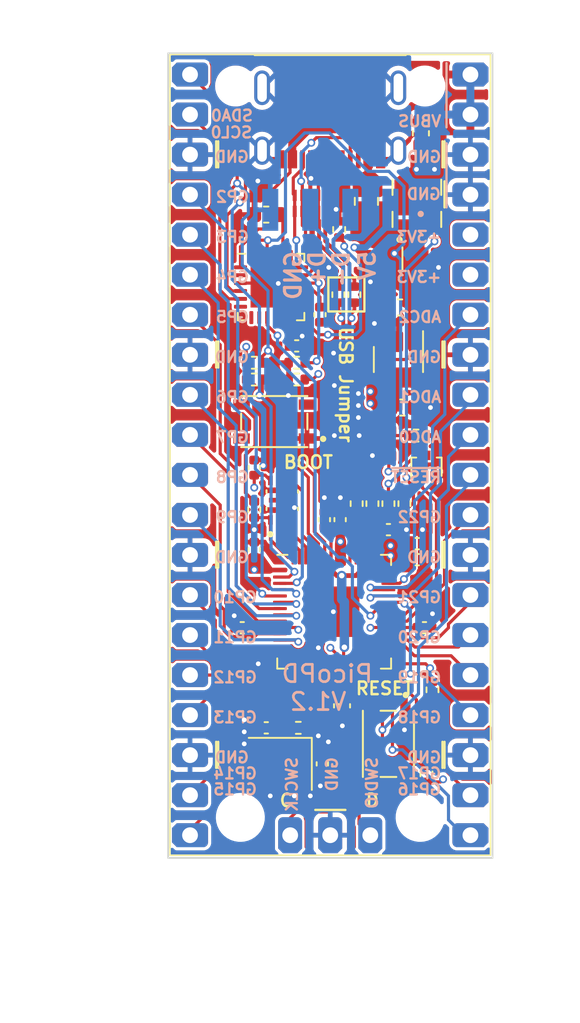
<source format=kicad_pcb>
(kicad_pcb (version 20221018) (generator pcbnew)
  (layers (0 "F.Cu" signal) (1 "In1.Cu" signal) (2 "In2.Cu" signal) (31 "B.Cu" signal) (34 "B.Paste" user) (35 "F.Paste" user) (36 "B.SilkS" user "B.Silkscreen") (37 "F.SilkS" user "F.Silkscreen") (38 "B.Mask" user) (39 "F.Mask" user) (44 "Edge.Cuts" user))
  (net 0 "")
  (net 1 "+3.3V")
  (net 2 "GND")
  (net 3 "+1V1")
  (net 4 "/VBUS_TYPEC")
  (net 6 "/VBUS_TYPEC_SW")
  (net 7 "/XIN")
  (net 8 "/XOUT")
  (net 9 "Net-(D1-K)")
  (net 10 "Net-(D2-A)")
  (net 11 "GPIO25")
  (net 12 "/CC1")
  (net 13 "/CC2")
  (net 14 "/USB_D-")
  (net 15 "/USB_D+")
  (net 18 "/SDA_0")
  (net 19 "/SCL_0")
  (net 20 "/GPIO2")
  (net 21 "/GPIO3")
  (net 22 "/GPIO4")
  (net 23 "/GPIO5")
  (net 24 "/GPIO6")
  (net 25 "/GPIO7")
  (net 26 "/GPIO8")
  (net 27 "/GPIO9")
  (net 28 "/GPIO10")
  (net 29 "/GPIO11")
  (net 30 "/GPIO12")
  (net 31 "/GPIO13")
  (net 32 "/GPIO14")
  (net 33 "/GPIO15")
  (net 34 "/GPIO16")
  (net 35 "/GPIO17")
  (net 36 "/GPIO18")
  (net 37 "/GPIO19")
  (net 38 "/GPIO20")
  (net 39 "/GPIO21")
  (net 40 "/GPIO22")
  (net 41 "/~{RESET}")
  (net 42 "/ADC0")
  (net 43 "/ADC1")
  (net 44 "/ADC2")
  (net 45 "/SWCLK")
  (net 46 "/SWDIO")
  (net 47 "GPIO23")
  (net 48 "/VBUS_MOS_NPN")
  (net 49 "/VBUS_MOS_GATE")
  (net 50 "/D+")
  (net 51 "/D-")
  (net 52 "/~{QSPI_CS}")
  (net 53 "/ADC3")
  (net 54 "/QSPI_SD3")
  (net 55 "/QSPI_SCLK")
  (net 56 "/QSPI_SD0")
  (net 57 "/QSPI_SD2")
  (net 58 "/QSPI_SD1")
  (net 59 "/IFB")
  (net 60 "/VBUS")
  (net 61 "/AP_3V")
  (net 62 "/AP_5V")
  (net 63 "Net-(U1-NC-Pad10)")
  (net 70 "/PD_INT")
  (net 71 "/OTP")
  (net 72 "Net-(C17-Pad1)")
  (net 73 "/~{BOOT}")
  (net 78 "/5V")
  (net 79 "/D_Inter+")
  (net 80 "/D_Inter-")
  (footprint "Capacitor_SMD:C_0402_1005Metric" (layer "F.Cu") (at 58.42 61.468 180)
    (fp_text reference "C7" hide)
    (fp_text value "100nF")
  )
  (footprint "Resistor_SMD:R_0402_1005Metric" (layer "F.Cu") (at 64.516 40.3352 -90)
    (fp_text reference "R18" hide)
    (fp_text value "0R")
  )
  (footprint "Resistor_SMD:R_0402_1005Metric" (layer "F.Cu") (at 69.4436 49.276)
    (fp_text reference "R1" hide)
    (fp_text value "5.1k")
  )
  (footprint "Capacitor_SMD:C_0603_1608Metric" (layer "F.Cu") (at 68.4276 41.148)
    (fp_text reference "C12" hide)
    (fp_text value "1uF")
  )
  (footprint "Capacitor_SMD:C_0402_1005Metric" (layer "F.Cu") (at 63.3476 41.6052 -90)
    (fp_text reference "C2" hide)
    (fp_text value "100nF")
  )
  (footprint "PICO_PinOut:PICO_Thru" (layer "F.Cu") (at 64 50.5)
    (fp_text reference "J3" hide)
    (fp_text value "PICO_PINOUT")
  )
  (footprint "Package_TO_SOT_SMD:SOT-416" (layer "F.Cu") (at 70.104 51.181 90)
    (fp_text reference "Q2" hide)
    (fp_text value "DTC143EETL")
  )
  (footprint "Resistor_SMD:R_0402_1005Metric" (layer "F.Cu") (at 64.5668 36.195 90)
    (fp_text reference "TH1" hide)
    (fp_text value "Thermistor_NTC")
  )
  (footprint "Button LCSC:SW_PTS810_SJM_250_SMTR_LFS" (layer "F.Cu") (at 60.452 48.387 180)
    (fp_text reference "SW4" hide)
    (fp_text value "SW_BOOT")
  )
  (footprint "IP4292CZ10-TBR:SON50P100X255X50-10N" (layer "F.Cu") (at 62.738 34.544 -90)
    (fp_text reference "D3" hide)
    (fp_text value "TPD4E05U06DQAR")
  )
  (footprint "Capacitor_SMD:C_0603_1608Metric" (layer "F.Cu") (at 59.944 35.2552 180)
    (fp_text reference "C22" hide)
    (fp_text value "1u")
  )
  (footprint "AON7403:TRANS_AON7403" (layer "F.Cu") (at 69.4944 34.544 90)
    (fp_text reference "Q3" hide)
    (fp_text value "MSK3419DF")
  )
  (footprint "Package_DFN_QFN:QFN-24-1EP_4x4mm_P0.5mm_EP2.6x2.6mm" (layer "F.Cu") (at 60.2488 39.8526)
    (fp_text reference "U1" hide)
    (fp_text value "AP33772")
  )
  (footprint "Capacitor_SMD:C_0603_1608Metric" (layer "F.Cu") (at 68.58 47.498)
    (fp_text reference "C14" hide)
    (fp_text value "2.2uF")
  )
  (footprint "Capacitor_SMD:C_0402_1005Metric" (layer "F.Cu") (at 67.691 55.245)
    (fp_text reference "C5" hide)
    (fp_text value "2.2uF")
  )
  (footprint "Package_TO_SOT_SMD:SOT-23-5" (layer "F.Cu") (at 68.326 44.45 -90)
    (fp_text reference "U4" hide)
    (fp_text value "AP2204K-3.3")
  )
  (footprint "Capacitor_SMD:C_0402_1005Metric" (layer "F.Cu") (at 69.977 61.468)
    (fp_text reference "C6" hide)
    (fp_text value "100nF")
  )
  (footprint "Resistor_SMD:R_0402_1005Metric" (layer "F.Cu") (at 61.8744 45.72 180)
    (fp_text reference "R7" hide)
    (fp_text value "5.1k")
  )
  (footprint "Diode_SMD:D_SOD-123" (layer "F.Cu") (at 67.945 38.1 180)
    (fp_text reference "D4" hide)
    (fp_text value "D")
  )
  (footprint "Resistor_SMD:R_0805_2012Metric" (layer "F.Cu") (at 66.294 34.417 -90)
    (fp_text reference "R5" hide)
    (fp_text value "10mR")
  )
  (footprint "Resistor_SMD:R_0402_1005Metric" (layer "F.Cu") (at 70.104 70.739 90)
    (fp_text reference "R6" hide)
    (fp_text value "10k")
  )
  (footprint "Button LCSC:SW_PTS810_SJM_250_SMTR_LFS" (layer "F.Cu") (at 67.691 68.834 -90)
    (fp_text reference "SW2" hide)
    (fp_text value "SW_RESET")
  )
  (footprint "Resistor_SMD:R_0402_1005Metric" (layer "F.Cu") (at 67.691 53.594 -90)
    (fp_text reference "R12" hide)
    (fp_text value "10k")
  )
  (footprint "Capacitor_SMD:C_0402_1005Metric" (layer "F.Cu") (at 69.52 56.134)
    (fp_text reference "C11" hide)
    (fp_text value "2.2uF")
  )
  (footprint "Resistor_SMD:R_0402_1005Metric" (layer "F.Cu") (at 70.485 65.405 -90)
    (fp_text reference "R2" hide)
    (fp_text value "1k")
  )
  (footprint "Resistor_SMD:R_0402_1005Metric" (layer "F.Cu") (at 65.532 40.3352 -90)
    (fp_text reference "R19" hide)
    (fp_text value "0R")
  )
  (footprint "Capacitor_SMD:C_0402_1005Metric" (layer "F.Cu") (at 63.627 54.61 90)
    (fp_text reference "C3" hide)
    (fp_text value "100nF")
  )
  (footprint "Capacitor_SMD:C_0603_1608Metric" (layer "F.Cu") (at 69.75 30.1 90)
    (fp_text reference "C15" hide)
    (fp_text value "1u")
  )
  (footprint "Capacitor_SMD:C_0402_1005Metric" (layer "F.Cu") (at 63.5 70.104 -90)
    (fp_text reference "C17" hide)
    (fp_text value "30pF")
  )
  (footprint "Package_DFN_QFN:QFN-56-1EP_7x7mm_P0.4mm_EP3.2x3.2mm" (layer "F.Cu") (at 64.25 60.452)
    (fp_text reference "U3" hide)
    (fp_text value "RP2040")
  )
  (footprint "Resistor_SMD:R_0402_1005Metric" (layer "F.Cu") (at 66.675 53.594 -90)
    (fp_text reference "R11" hide)
    (fp_text value "27R")
  )
  (footprint "LED_SMD:LED_0603_1608Metric" (layer "F.Cu") (at 67.7164 49.784 -90)
    (fp_text reference "D1" hide)
    (fp_text value "RED")
  )
  (footprint "LED_SMD:LED_0603_1608Metric" (layer "F.Cu") (at 70.358 67.945 90)
    (fp_text reference "D2" hide)
    (fp_text value "GREEN")
  )
  (footprint "Resistor_SMD:R_0402_1005Metric" (layer "F.Cu") (at 65.675 53.594 -90)
    (fp_text reference "R10" hide)
    (fp_text value "27R")
  )
  (footprint "Resistor_SMD:R_0402_1005Metric" (layer "F.Cu") (at 68.707 53.594 90)
    (fp_text reference "R13" hide)
    (fp_text value "1k")
  )
  (footprint "Capacitor_SMD:C_0402_1005Metric" (layer "F.Cu") (at 59.944 67.818 180)
    (fp_text reference "C16" hide)
    (fp_text value "30pF")
  )
  (footprint "Resistor_SMD:R_0402_1005Metric" (layer "F.Cu") (at 59.182 44.6532)
    (fp_text reference "R4" hide)
    (fp_text value "5.1k")
  )
  (footprint "Resistor_SMD:R_0402_1005Metric" (layer "F.Cu") (at 59.182 53.975 -90)
    (fp_text reference "R14" hide)
    (fp_text value "1k")
  )
  (footprint "Crystal:Crystal_SMD_3225-4Pin_3.2x2.5mm" (layer "F.Cu") (at 60.833 70.104 180)
    (fp_text reference "Y1" hide)
    (fp_text value "12MHz")
  )
  (footprint "Capacitor_SMD:C_0402_1005Metric" (layer "F.Cu") (at 64.897 66.421 -90)
    (fp_text reference "C4" hide)
    (fp_text value "100nF")
  )
  (footprint "W25Q16JVUXIQ_TR:IC_W25Q16JVUXIQ_TR" (layer "F.Cu") (at 60.96 53.3765 90)
    (fp_text reference "U2" hide)
    (fp_text value "W25Q16JVUXIQ_TR")
  )
  (footprint "Resistor_SMD:R_0402_1005Metric" (layer "F.Cu") (at 61.976 67.818 180)
    (fp_text reference "R17" hide)
    (fp_text value "1k")
  )
  (footprint "Capacitor_SMD:C_0402_1005Metric" (layer "F.Cu") (at 59.182 56.515 90)
    (fp_text reference "C9" hide)
    (fp_text value "100nF")
  )
  (footprint "Resistor_SMD:R_0402_1005Metric" (layer "F.Cu") (at 59.182 45.72)
    (fp_text reference "R3" hide)
    (fp_text value "5.1k")
  )
  (footprint "Capacitor_SMD:C_0402_1005Metric" (layer "F.Cu") (at 63.881 66.421 -90)
    (fp_text reference "C10" hide)
    (fp_text value "100nF")
  )
  (footprint "Resistor_SMD:R_0402_1005Metric" (layer "F.Cu") (at 61.8744 44.6532 180)
    (fp_text reference "R16" hide)
    (fp_text value "5.1k")
  )
  (footprint "Capacitor_SMD:C_0402_1005Metric" (layer "F.Cu") (at 69.52 57.15)
    (fp_text reference "C20" hide)
    (fp_text value "100nF")
  )
  (footprint "Capacitor_SMD:C_0402_1005Metric" (layer "F.Cu") (at 64.627 54.61 90)
    (fp_text reference "C8" hide)
    (fp_text value "100nF")
  )
  (footprint "USB_C_YTC-TC16S-28:YTC-TC16S-28" (layer "F.Cu") (at 64 32.35 180)
    (fp_text reference "J2" hide)
    (fp_text value "USB_C_Receptacle")
  )
  (footprint "Capacitor_SMD:C_0402_1005Metric" (layer "F.Cu") (at 59.182 51.308 90)
    (fp_text reference "C18" hide)
    (fp_text value "100nF")
  )
  (footprint "Capacitor_SMD:C_0402_1005Metric" (layer "F.Cu") (at 61.8744 43.5864)
    (fp_text reference "C21" hide)
    (fp_text value "100nF")
  )
  (footprint "Bao_CustomFootPrint:1x4_2.54mmHorizontalSMD" (layer "B.Cu") (at 64.008 35.2679 180)
    (fp_text reference "J1" hide)
    (fp_text value "USB-Breakout")
  )
  (gr_line (start 71.374 25.654) (end 71.374 29.718) (stroke (width 0.15)) (layer "B.SilkS"))
  (gr_line (start 71.374 30.734) (end 71.374 34.798) (stroke (width 0.15)) (layer "B.SilkS"))
  (gr_line (start 56.769 56.007) (end 56.769 57.658) (stroke (width 0.15)) (layer "F.SilkS"))
  (gr_line (start 56.896 43.307) (end 56.896 44.958) (stroke (width 0.15)) (layer "F.SilkS"))
  (gr_line (start 56.896 56.007) (end 56.896 57.658) (stroke (width 0.15)) (layer "F.SilkS"))
  (gr_line (start 56.769 30.607) (end 56.769 32.258) (stroke (width 0.15)) (layer "F.SilkS"))
  (gr_line (start 71.247 33.147) (end 71.247 34.798) (stroke (width 0.15)) (layer "F.SilkS"))
  (gr_rect (start 63.881 39.243) (end 66.167 41.402) (stroke (width 0.15)) (fill none) (layer "F.SilkS"))
  (gr_line (start 71.12 30.607) (end 71.12 32.258) (stroke (width 0.15)) (layer "F.SilkS"))
  (gr_line (start 63.0555 73.025) (end 64.9605 73.025) (stroke (width 0.15)) (layer "F.SilkS"))
  (gr_line (start 71.12 56.007) (end 71.12 57.658) (stroke (width 0.15)) (layer "F.SilkS"))
  (gr_line (start 56.769 68.707) (end 56.769 70.358) (stroke (width 0.15)) (layer "F.SilkS"))
  (gr_line (start 71.12 43.307) (end 71.12 44.958) (stroke (width 0.15)) (layer "F.SilkS"))
  (gr_line (start 56.896 68.707) (end 56.896 70.358) (stroke (width 0.15)) (layer "F.SilkS"))
  (gr_line (start 71.247 30.607) (end 71.247 32.258) (stroke (width 0.15)) (layer "F.SilkS"))
  (gr_line (start 71.247 56.007) (end 71.247 57.658) (stroke (width 0.15)) (layer "F.SilkS"))
  (gr_line (start 71.247 68.707) (end 71.247 70.358) (stroke (width 0.15)) (layer "F.SilkS"))
  (gr_line (start 71.12 68.707) (end 71.12 70.358) (stroke (width 0.15)) (layer "F.SilkS"))
  (gr_line (start 56.769 43.307) (end 56.769 44.958) (stroke (width 0.15)) (layer "F.SilkS"))
  (gr_line (start 56.896 30.607) (end 56.896 32.258) (stroke (width 0.15)) (layer "F.SilkS"))
  (gr_line (start 71.247 43.307) (end 71.247 44.958) (stroke (width 0.15)) (layer "F.SilkS"))
  (gr_line (start 53.721 76.073) (end 53.721 25.019) (stroke (width 0.1)) (layer "Edge.Cuts"))
  (gr_line (start 53.721 25.019) (end 74.295 25.019) (stroke (width 0.1)) (layer "Edge.Cuts"))
  (gr_line (start 74.295 25.019) (end 74.295 76.073) (stroke (width 0.1)) (layer "Edge.Cuts"))
  (gr_line (start 74.295 76.073) (end 53.721 76.073) (stroke (width 0.1)) (layer "Edge.Cuts"))
  (gr_text "GND" (at 71.12 44.704) (layer "B.SilkS") (effects (font (size 0.7 0.7) (thickness 0.15) bold) (justify left bottom mirror)))
  (gr_text "D+" (at 63.754 37.465 90) (layer "B.SilkS") (effects (font (size 1 1) (thickness 0.2) bold) (justify left bottom mirror)))
  (gr_text "+3V3" (at 71.12 37.084) (layer "B.SilkS") (effects (font (size 0.7 0.7) (thickness 0.15) bold) (justify left bottom mirror)))
  (gr_text "D-" (at 65.278 37.465 90) (layer "B.SilkS") (effects (font (size 1 1) (thickness 0.2) bold) (justify left bottom mirror)))
  (gr_text "~{RESET}" (at 71.12 52.324) (layer "B.SilkS") (effects (font (size 0.7 0.7) (thickness 0.15) bold) (justify left bottom mirror)))
  (gr_text "GND" (at 58.928 44.704) (layer "B.SilkS") (effects (font (size 0.7 0.7) (thickness 0.15) bold) (justify left bottom mirror)))
  (gr_text "GND" (at 58.928 32.004) (layer "B.SilkS") (effects (font (size 0.7 0.7) (thickness 0.15) bold) (justify left bottom mirror)))
  (gr_text "GP3" (at 58.928 37.084) (layer "B.SilkS") (effects (font (size 0.7 0.7) (thickness 0.15) bold) (justify left bottom mirror)))
  (gr_text "GND" (at 64.516 69.596 90) (layer "B.SilkS") (effects (font (size 0.7 0.7) (thickness 0.15) bold) (justify left bottom mirror)))
  (gr_text "GP12" (at 59.436 65.024) (layer "B.SilkS") (effects (font (size 0.7 0.7) (thickness 0.15) bold) (justify left bottom mirror)))
  (gr_text "GP21" (at 71.12 59.944) (layer "B.SilkS") (effects (font (size 0.7 0.7) (thickness 0.15) bold) (justify left bottom mirror)))
  (gr_text "GP7" (at 58.928 49.784) (layer "B.SilkS") (effects (font (size 0.7 0.7) (thickness 0.15) bold) (justify left bottom mirror)))
  (gr_text "GP19" (at 71.12 65.024) (layer "B.SilkS") (effects (font (size 0.7 0.7) (thickness 0.15) bold) (justify left bottom mirror)))
  (gr_text "GP22" (at 71.12 54.864) (layer "B.SilkS") (effects (font (size 0.7 0.7) (thickness 0.15) bold) (justify left bottom mirror)))
  (gr_text "GP20" (at 71.12 62.484) (layer "B.SilkS") (effects (font (size 0.7 0.7) (thickness 0.15) bold) (justify left bottom mirror)))
  (gr_text "ADC1" (at 71.12 47.244) (layer "B.SilkS") (effects (font (size 0.7 0.7) (thickness 0.15) bold) (justify left bottom mirror)))
  (gr_text "+3V3" (at 71.12 39.624) (layer "B.SilkS") (effects (font (size 0.7 0.7) (thickness 0.15) bold) (justify left bottom mirror)))
  (gr_text "GP18" (at 71.12 67.564) (layer "B.SilkS") (effects (font (size 0.7 0.7) (thickness 0.15) bold) (justify left bottom mirror)))
  (gr_text "SCL0" (at 59.1312 30.4546) (layer "B.SilkS") (effects (font (size 0.7 0.7) (thickness 0.15) bold) (justify left bottom mirror)))
  (gr_text "5V" (at 66.929 37.465 90) (layer "B.SilkS") (effects (font (size 1 1) (thickness 0.2) bold) (justify left bottom mirror)))
  (gr_text "GP15" (at 59.436 72.136) (layer "B.SilkS") (effects (font (size 0.7 0.7) (thickness 0.15) bold) (justify left bottom mirror)))
  (gr_text "GP11" (at 59.436 62.484) (layer "B.SilkS") (effects (font (size 0.7 0.7) (thickness 0.15) bold) (justify left bottom mirror)))
  (gr_text "ADC0" (at 71.12 49.784) (layer "B.SilkS") (effects (font (size 0.7 0.7) (thickness 0.15) bold) (justify left bottom mirror)))
  (gr_text "SWCLK" (at 61.976 69.596 90) (layer "B.SilkS") (effects (font (size 0.7 0.7) (thickness 0.15) bold) (justify left bottom mirror)))
  (gr_text "GP5" (at 58.928 42.164) (layer "B.SilkS") (effects (font (size 0.7 0.7) (thickness 0.15) bold) (justify left bottom mirror)))
  (gr_text "SDA0" (at 59.182 29.3878) (layer "B.SilkS") (effects (font (size 0.7 0.7) (thickness 0.15) bold) (justify left bottom mirror)))
  (gr_text "GP10" (at 59.436 59.944) (layer "B.SilkS") (effects (font (size 0.7 0.7) (thickness 0.15) bold) (justify left bottom mirror)))
  (gr_text "GP16" (at 71.12 72.136) (layer "B.SilkS") (effects (font (size 0.7 0.7) (thickness 0.15) bold) (justify left bottom mirror)))
  (gr_text "GP17" (at 71.12 71.12) (layer "B.SilkS") (effects (font (size 0.7 0.7) (thickness 0.15) bold) (justify left bottom mirror)))
  (gr_text "GND" (at 58.928 70.104) (layer "B.SilkS") (effects (font (size 0.7 0.7) (thickness 0.15) bold) (justify left bottom mirror)))
  (gr_text "GP13" (at 59.436 67.564) (layer "B.SilkS") (effects (font (size 0.7 0.7) (thickness 0.15) bold) (justify left bottom mirror)))
  (gr_text "GP8" (at 58.928 52.324) (layer "B.SilkS") (effects (font (size 0.7 0.7) (thickness 0.15) bold) (justify left bottom mirror)))
  (gr_text "GND" (at 71.12 32.004) (layer "B.SilkS") (effects (font (size 0.7 0.7) (thickness 0.15) bold) (justify left bottom mirror)))
  (gr_text "GND" (at 58.928 57.404) (layer "B.SilkS") (effects (font (size 0.7 0.7) (thickness 0.15) bold) (justify left bottom mirror)))
  (gr_text "GND" (at 71.12 70.104) (layer "B.SilkS") (effects (font (size 0.7 0.7) (thickness 0.15) bold) (justify left bottom mirror)))
  (gr_text "VBUS" (at 71.12 29.7434) (layer "B.SilkS") (effects (font (size 0.7 0.7) (thickness 0.15) bold) (justify left bottom mirror)))
  (gr_text "SWDIO" (at 67.056 69.596 90) (layer "B.SilkS") (effects (font (size 0.7 0.7) (thickness 0.15) bold) (justify left bottom mirror)))
  (gr_text "GND" (at 71.0946 34.3662) (layer "B.SilkS") (effects (font (size 0.7 0.7) (thickness 0.15) bold) (justify left bottom mirror)))
  (gr_text "GND" (at 62.23 37.465 90) (layer "B.SilkS") (effects (font (size 1 1) (thickness 0.2) bold) (justify left bottom mirror)))
  (gr_text "GP9" (at 58.928 54.864) (layer "B.SilkS") (effects (font (size 0.7 0.7) (thickness 0.15) bold) (justify left bottom mirror)))
  (gr_text "PicoPD\n  V1.2" (at 66.802 66.802) (layer "B.SilkS") (effects (font (size 1.1 1.1) (thickness 0.17)) (justify left bottom mirror)))
  (gr_text "GP6" (at 58.928 47.244) (layer "B.SilkS") (effects (font (size 0.7 0.7) (thickness 0.15) bold) (justify left bottom mirror)))
  (gr_text "GP4" (at 58.928 39.624) (layer "B.SilkS") (effects (font (size 0.7 0.7) (thickness 0.15) bold) (justify left bottom mirror)))
  (gr_text "GP2" (at 58.928 34.544) (layer "B.SilkS") (effects (font (size 0.7 0.7) (thickness 0.15) bold) (justify left bottom mirror)))
  (gr_text "GP14" (at 59.436 71.12) (layer "B.SilkS") (effects (font (size 0.7 0.7) (thickness 0.15) bold) (justify left bottom mirror)))
  (gr_text "ADC2" (at 71.12 42.164) (layer "B.SilkS") (effects (font (size 0.7 0.7) (thickness 0.15) bold) (justify left bottom mirror)))
  (gr_text "GND" (at 71.12 57.404) (layer "B.SilkS") (effects (font (size 0.7 0.7) (thickness 0.15) bold) (justify left bottom mirror)))
  (gr_text "C" (at 60.706 72.898) (layer "F.SilkS") (effects (font (size 0.8 0.8) (thickness 0.16) bold) (justify left bottom)))
  (gr_text "BOOT" (at 60.96 51.435) (layer "F.SilkS") (effects (font (size 0.8 0.8) (thickness 0.16) bold) (justify left bottom)))
  (gr_text "D" (at 66.167 72.898) (layer "F.SilkS") (effects (font (size 0.8 0.8) (thickness 0.16) bold) (justify left bottom)))
  (gr_text "USB Jumper" (at 64.516 42.291 -90) (layer "F.SilkS") (effects (font (size 0.8 0.8) (thickness 0.16) bold) (justify left bottom)))
  (gr_text "RESET" (at 65.532 65.786) (layer "F.SilkS") (effects (font (size 0.8 0.8) (thickness 0.16) bold) (justify left bottom)))
  (segment (start 66.564 61.452) (end 66.548 61.468) (width 0.2) (layer "F.Cu") (net 1))
  (segment (start 60.8125 61.452) (end 61.833 61.452) (width 0.2) (layer "F.Cu") (net 1))
  (segment (start 70.104 71.249) (end 70.991 71.249) (width 0.2) (layer "F.Cu") (net 1))
  (segment (start 67.6875 61.452) (end 69.481 61.452) (width 0.2) (layer "F.Cu") (net 1))
  (segment (start 58.672 44.5008) (end 58.672 43.6392) (width 0.2) (layer "F.Cu") (net 1))
  (segment (start 67.7164 50.5715) (end 67.7164 51.5366) (width 0.2) (layer "F.Cu") (net 1))
  (segment (start 67.6875 61.452) (end 66.564 61.452) (width 0.2) (layer "F.Cu") (net 1))
  (segment (start 60.8125 61.452) (end 58.916 61.452) (width 0.2) (layer "F.Cu") (net 1))
  (segment (start 64.45 65.344) (end 63.999 65.795) (width 0.2) (layer "F.Cu") (net 1))
  (segment (start 64.45 63.18) (end 64.008 62.738) (width 0.2) (layer "F.Cu") (net 1))
  (segment (start 64.45 63.8895) (end 64.45 63.18) (width 0.2) (layer "F.Cu") (net 1))
  (segment (start 63.999 65.795) (end 63.999 65.941) (width 0.2) (layer "F.Cu") (net 1))
  (segment (start 58.916 61.452) (end 58.9 61.468) (width 0.2) (layer "F.Cu") (net 1))
  (segment (start 59.182 52.578) (end 59.182 51.788) (width 0.2) (layer "F.Cu") (net 1))
  (segment (start 59.182 51.788) (end 59.8715 51.788) (width 0.2) (layer "F.Cu") (net 1))
  (segment (start 61.833 61.452) (end 61.976 61.595) (width 0.2) (layer "F.Cu") (net 1))
  (segment (start 59.8715 51.788) (end 60.21 52.1265) (width 0.2) (layer "F.Cu") (net 1))
  (segment (start 69.481 61.452) (end 69.497 61.468) (width 0.2) (layer "F.Cu") (net 1))
  (segment (start 67.7164 51.5366) (end 67.691 51.562) (width 0.2) (layer "F.Cu") (net 1))
  (segment (start 58.672 45.72) (end 58.672 44.5008) (width 0.2) (layer "F.Cu") (net 1))
  (segment (start 58.672 43.6392) (end 58.674 43.6372) (width 0.2) (layer "F.Cu") (net 1))
  (segment (start 70.991 71.249) (end 71.1557 71.0843) (width 0.2) (layer "F.Cu") (net 1))
  (segment (start 64.45 63.8895) (end 64.45 65.344) (width 0.2) (layer "F.Cu") (net 1))
  (via (at 66.548 47.244) (size 0.5) (drill 0.3) (layers "F.Cu" "B.Cu") (net 1))
  (via (at 67.825 56.896) (size 0.5) (drill 0.3) (layers "F.Cu" "B.Cu") (net 1))
  (via (at 61.976 61.595) (size 0.5) (drill 0.3) (layers "F.Cu" "B.Cu") (net 1))
  (via (at 59.182 57.785) (size 0.5) (drill 0.3) (layers "F.Cu" "B.Cu") (net 1))
  (via (at 64.643 56.007) (size 0.5) (drill 0.3) (layers "F.Cu" "B.Cu") (net 1))
  (via (at 66.548 61.468) (size 0.5) (drill 0.3) (layers "F.Cu" "B.Cu") (net 1))
  (via (at 71.1557 71.0843) (size 0.5) (drill 0.3) (layers "F.Cu" "B.Cu") (net 1))
  (via (at 58.674 43.6372) (size 0.5) (drill 0.3) (layers "F.Cu" "B.Cu") (net 1))
  (via (at 67.691 51.562) (size 0.5) (drill 0.3) (layers "F.Cu" "B.Cu") (net 1))
  (via (at 64.008 62.738) (size 0.5) (drill 0.3) (layers "F.Cu" "B.Cu") (net 1))
  (via (at 67.825 56.261) (size 0.5) (drill 0.3) (layers "F.Cu" "B.Cu") (net 1))
  (via (at 66.548 46.482) (size 0.5) (drill 0.3) (layers "F.Cu" "B.Cu") (net 1))
  (via (at 59.182 52.578) (size 0.5) (drill 0.3) (layers "F.Cu" "B.Cu") (net 1))
  (segment (start 62.738 32.998437) (end 62.780238 32.956199) (width 0.15) (layer "F.Cu") (net 2))
  (segment (start 62.738 34.036) (end 62.738 32.998437) (width 0.15) (layer "F.Cu") (net 2))
  (segment (start 60.23 31.75) (end 59.68 31.2) (width 0.3) (layer "F.Cu") (net 2))
  (segment (start 63.25 63.8895) (end 63.25 62.742) (width 0.2) (layer "F.Cu") (net 2))
  (segment (start 63.999 66.901) (end 64.897 66.901) (width 0.2) (layer "F.Cu") (net 2))
  (segment (start 64.5668 35.685) (end 64.5668 35.121302) (width 0.2) (layer "F.Cu") (net 2))
  (segment (start 60.65 31.75) (end 60.23 31.75) (width 0.3) (layer "F.Cu") (net 2))
  (segment (start 67.345 31.75) (end 67.77 31.75) (width 0.3) (layer "F.Cu") (net 2))
  (segment (start 63.25 62.742) (end 63.246 62.738) (width 0.2) (layer "F.Cu") (net 2))
  (segment (start 67.77 31.75) (end 68.32 31.2) (width 0.3) (layer "F.Cu") (net 2))
  (segment (start 64.5668 35.121302) (end 64.370498 34.925) (width 0.2) (layer "F.Cu") (net 2))
  (segment (start 61.71 54.6265) (end 61.71 53.8685) (width 0.2) (layer "F.Cu") (net 2))
  (segment (start 60.702002 39.628) (end 60.706001 39.624001) (width 0.2) (layer "F.Cu") (net 2))
  (segment (start 61.71 53.8685) (end 61.7305 53.848) (width 0.2) (layer "F.Cu") (net 2))
  (segment (start 60.6846 39.6026) (end 60.706001 39.624001) (width 0.2) (layer "F.Cu") (net 2))
  (segment (start 62.738 34.036) (end 62.738 35.052) (width 0.15) (layer "F.Cu") (net 2))
  (segment (start 58.3113 39.6026) (end 60.6846 39.6026) (width 0.2) (layer "F.Cu") (net 2))
  (via (at 68.834 55.245) (size 0.5) (drill 0.3) (layers "F.Cu" "B.Cu") (net 2))
  (via (at 70.485 60.579) (size 0.5) (drill 0.3) (layers "F.Cu" "B.Cu") (net 2))
  (via (at 63.9064 38.608) (size 0.5) (drill 0.3) (layers "F.Cu" "B.Cu") (net 2))
  (via (at 64.1975 60.451999) (size 0.5) (drill 0.3) (layers "F.Cu" "B.Cu") (net 2))
  (via (at 59.4106 33.1216) (size 0.5) (drill 0.3) (layers "F.Cu" "B.Cu") (net 2))
  (via (at 63.246 68.326) (size 0.5) (drill 0.3) (layers "F.Cu" "B.Cu") (net 2))
  (via (at 57.912 60.706) (size 0.5) (drill 0.3) (layers "F.Cu" "B.Cu") (net 2))
  (via (at 59.7493 51.181) (size 0.5) (drill 0.3) (layers "F.Cu" "B.Cu") (net 2))
  (via (at 59.182 55.245) (size 0.5) (drill 0.3) (layers "F.Cu" "B.Cu") (net 2))
  (via (at 63.627 53.213) (size 0.5) (drill 0.3) (layers "F.Cu" "B.Cu") (net 2))
  (via (at 64.262 46.101) (size 0.5) (drill 0.3) (layers "F.Cu" "B.Cu") (net 2))
  (via (at 66.802 42.164) (size 0.5) (drill 0.3) (layers "F.Cu" "B.Cu") (net 2))
  (via (at 58.547 68.072) (size 0.5) (drill 0.3) (layers "F.Cu" "B.Cu") (net 2))
  (via (at 64.2112 44.0436) (size 0.5) (drill 0.3) (layers "F.Cu" "B.Cu") (net 2))
  (via (at 65.786 46.609) (size 0.5) (drill 0.3) (layers "F.Cu" "B.Cu") (net 2))
  (via (at 59.436 63.754) (size 0.5) (drill 0.3) (layers "F.Cu" "B.Cu") (net 2))
  (via (at 64.262 49.276) (size 0.5) (drill 0.3) (layers "F.Cu" "B.Cu") (net 2))
  (via (at 64.77 67.691) (size 0.5) (drill 0.3) (layers "F.Cu" "B.Cu") (net 2))
  (via (at 70.866 38.608) (size 0.5) (drill 0.3) (layers "F.Cu" "B.Cu") (net 2))
  (via (at 62.780238 32.956199) (size 0.5) (drill 0.3) (layers "F.Cu" "B.Cu") (net 2))
  (via (at 61.722 72.136) (size 0.5) (drill 0.3) (layers "F.Cu" "B.Cu") (net 2))
  (via (at 66.548 39.5224) (size 0.5) (drill 0.3) (layers "F.Cu" "B.Cu") (net 2))
  (via (at 64.643 53.213) (size 0.5) (drill 0.3) (layers "F.Cu" "B.Cu") (net 2))
  (via (at 64.370498 34.925) (size 0.5) (drill 0.3) (layers "F.Cu" "B.Cu") (net 2))
  (via (at 61.7305 53.848) (size 0.5) (drill 0.3) (layers "F.Cu" "B.Cu") (net 2))
  (via (at 65.8368 49.276) (size 0.5) (drill 0.3) (layers "F.Cu" "B.Cu") (net 2))
  (via (at 66.675 50.546) (size 0.5) (drill 0.3) (layers "F.Cu" "B.Cu") (net 2))
  (via (at 68.707 67.945) (size 0.5) (drill 0.3) (layers "F.Cu" "B.Cu") (net 2))
  (via (at 63.373 71.501) (size 0.5) (drill 0.3) (layers "F.Cu" "B.Cu") (net 2))
  (via (at 61.341 46.736) (size 0.5) (drill 0.3) (layers "F.Cu" "B.Cu") (net 2))
  (via (at 70.358 47.498) (size 0.5) (drill 0.3) (layers "F.Cu" "B.Cu") (net 2))
  (via (at 63.881 68.707) (size 0.5) (drill 0.3) (layers "F.Cu" "B.Cu") (net 2))
  (via (at 58.547 67.31) (size 0.5) (drill 0.3) (layers "F.Cu" "B.Cu") (net 2))
  (via (at 58.547 68.834) (size 0.5) (drill 0.3) (layers "F.Cu" "B.Cu") (net 2))
  (via (at 65.786 47.371) (size 0.5) (drill 0.3) (layers "F.Cu" "B.Cu") (net 2))
  (via (at 60.706001 39.624001) (size 0.5) (drill 0.3) (layers "F.Cu" "B.Cu") (net 2))
  (via (at 62.738 72.136) (size 0.5) (drill 0.3) (layers "F.Cu" "B.Cu") (net 2))
  (via (at 63.246 62.738) (size 0.5) (drill 0.3) (layers "F.Cu" "B.Cu") (net 2))
  (via (at 60.198 72.136) (size 0.5) (drill 0.3) (layers "F.Cu" "B.Cu") (net 2))
  (via (at 65.786 48.133) (size 0.5) (drill 0.3) (layers "F.Cu" "B.Cu") (net 2))
  (via (at 62.221267 42.963898) (size 0.5) (drill 0.3) (layers "F.Cu" "B.Cu") (net 2))
  (via (at 69.85 55.245) (size 0.5) (drill 0.3) (layers "F.Cu" "B.Cu") (net 2))
  (segment (start 60.198 34.9539) (end 60.198 33.909) (width 0.4) (layer "B.Cu") (net 2))
  (segment (start 67.183 55.245) (end 67.211 55.245) (width 0.2) (layer "F.Cu") (net 3))
  (segment (start 64.05 57.795) (end 64.135 57.88) (width 0.2) (layer "F.Cu") (net 3))
  (segment (start 64.85 63.8895) (end 64.85 65.894) (width 0.2) (layer "F.Cu") (net 3))
  (segment (start 64.05 57.0145) (end 64.05 57.795) (width 0.2) (layer "F.Cu") (net 3))
  (segment (start 64.05 57.0145) (end 64.05 55.513) (width 0.2) (layer "F.Cu") (net 3))
  (segment (start 64.85 63.8895) (end 64.85 62.753) (width 0.2) (layer "F.Cu") (net 3))
  (segment (start 64.85 65.894) (end 64.897 65.941) (width 0.2) (layer "F.Cu") (net 3))
  (segment (start 64.05 55.513) (end 63.627 55.09) (width 0.2) (layer "F.Cu") (net 3))
  (segment (start 64.135 57.88) (end 64.414607 58.159607) (width 0.3) (layer "F.Cu") (net 3))
  (segment (start 65.633393 58.159607) (end 64.7285 58.159607) (width 0.3) (layer "F.Cu") (net 3))
  (segment (start 66.05 56.378) (end 67.183 55.245) (width 0.2) (layer "F.Cu") (net 3))
  (segment (start 64.414607 58.159607) (end 64.7285 58.159607) (width 0.3) (layer "F.Cu") (net 3))
  (segment (start 66.05 57.0145) (end 66.05 57.743) (width 0.2) (layer "F.Cu") (net 3))
  (segment (start 64.85 62.753) (end 64.897 62.706) (width 0.2) (layer "F.Cu") (net 3))
  (segment (start 66.05 57.743) (end 65.913 57.88) (width 0.2) (layer "F.Cu") (net 3))
  (segment (start 66.05 57.0145) (end 66.05 56.378) (width 0.2) (layer "F.Cu") (net 3))
  (segment (start 65.913 57.88) (end 65.633393 58.159607) (width 0.3) (layer "F.Cu") (net 3))
  (via (at 64.897 62.706) (size 0.6) (drill 0.35) (layers "F.Cu" "B.Cu") (net 3))
  (via (at 64.7285 58.159607) (size 0.6) (drill 0.35) (layers "F.Cu" "B.Cu") (net 3))
  (segment (start 64.897 62.706) (end 64.897 59.832112) (width 0.6) (layer "B.Cu") (net 3))
  (segment (start 64.897 59.832112) (end 64.7285 59.663612) (width 0.6) (layer "B.Cu") (net 3))
  (segment (start 64.7285 59.663612) (end 64.7285 58.159607) (width 0.6) (layer "B.Cu") (net 3))
  (segment (start 58.3113 37.2943) (end 59.436 36.1696) (width 0.2) (layer "F.Cu") (net 4))
  (segment (start 61.45 32.589449) (end 61.45 31.75) (width 0.2) (layer "F.Cu") (net 4))
  (segment (start 59.944 36.0172) (end 59.944 34.095449) (width 0.2) (layer "F.Cu") (net 4))
  (segment (start 59.436 36.1696) (end 59.7916 36.1696) (width 0.2) (layer "F.Cu") (net 4))
  (segment (start 59.7916 36.1696) (end 59.944 36.0172) (width 0.2) (layer "F.Cu") (net 4))
  (segment (start 58.3113 38.6026) (end 58.3113 37.2943) (width 0.2) (layer "F.Cu") (net 4))
  (segment (start 59.944 34.095449) (end 61.45 32.589449) (width 0.2) (layer "F.Cu") (net 4))
  (via (at 69.469 32.385) (size 0.5) (drill 0.3) (layers "F.Cu" "B.Cu") (net 6))
  (via (at 70.612 32.385) (size 0.5) (drill 0.3) (layers "F.Cu" "B.Cu") (net 6))
  (segment (start 60.683 70.004) (end 59.733 70.954) (width 0.2) (layer "F.Cu") (net 7))
  (segment (start 63.65 64.6695) (end 63.65 63.8895) (width 0.2) (layer "F.Cu") (net 7))
  (segment (start 60.5015 67.818) (end 63.65 64.6695) (width 0.2) (layer "F.Cu") (net 7))
  (segment (start 60.424 67.818) (end 60.683 68.077) (width 0.2) (layer "F.Cu") (net 7))
  (segment (start 60.424 67.818) (end 60.5015 67.818) (width 0.2) (layer "F.Cu") (net 7))
  (segment (start 60.683 68.077) (end 60.683 70.004) (width 0.2) (layer "F.Cu") (net 7))
  (segment (start 64.05 64.855) (end 61.466 67.439) (width 0.2) (layer "F.Cu") (net 8))
  (segment (start 64.05 63.8895) (end 64.05 64.855) (width 0.2) (layer "F.Cu") (net 8))
  (segment (start 61.466 67.439) (end 61.466 67.818) (width 0.2) (layer "F.Cu") (net 8))
  (segment (start 68.9336 49.276) (end 67.9959 49.276) (width 0.2) (layer "F.Cu") (net 9))
  (segment (start 67.9959 49.276) (end 67.7164 48.9965) (width 0.2) (layer "F.Cu") (net 9))
  (segment (start 70.485 67.1575) (end 70.485 65.915) (width 0.2) (layer "F.Cu") (net 10))
  (segment (start 69.979 64.389) (end 69.088 64.389) (width 0.2) (layer "F.Cu") (net 11))
  (segment (start 67.6875 59.852) (end 68.615 59.852) (width 0.2) (layer "F.Cu") (net 11))
  (segment (start 70.485 64.895) (end 69.979 64.389) (width 0.2) (layer "F.Cu") (net 11))
  (segment (start 68.615 59.852) (end 68.707 59.944) (width 0.2) (layer "F.Cu") (net 11))
  (via (at 68.707 59.944) (size 0.5) (drill 0.3) (layers "F.Cu" "B.Cu") (net 11))
  (via (at 69.088 64.389) (size 0.5) (drill 0.3) (layers "F.Cu" "B.Cu") (net 11))
  (segment (start 69.088 60.325) (end 69.088 64.389) (width 0.2) (layer "B.Cu") (net 11))
  (segment (start 68.707 59.944) (end 69.088 60.325) (width 0.2) (layer "B.Cu") (net 11))
  (segment (start 64.875 30.375) (end 63.125 30.375) (width 0.2) (layer "F.Cu") (net 12))
  (segment (start 65.27 31.75) (end 65.27 30.77) (width 0.2) (layer "F.Cu") (net 12))
  (segment (start 62.23 34.036) (end 62.23 33.209439) (width 0.2) (layer "F.Cu") (net 12))
  (segment (start 62.4332 37.995058) (end 62.8488 38.410658) (width 0.2) (layer "F.Cu") (net 12))
  (segment (start 62.8904 45.72) (end 63.246 45.3644) (width 0.2) (layer "F.Cu") (net 12))
  (segment (start 65.27 30.77) (end 64.875 30.375) (width 0.2) (layer "F.Cu") (net 12))
  (segment (start 62.23 35.052) (end 62.23 35.941) (width 0.2) (layer "F.Cu") (net 12))
  (segment (start 62.8488 38.410658) (end 62.8488 38.794542) (width 0.2) (layer "F.Cu") (net 12))
  (segment (start 62.8488 38.794542) (end 62.540742 39.1026) (width 0.2) (layer "F.Cu") (net 12))
  (segment (start 62.540742 39.1026) (end 62.1863 39.1026) (width 0.2) (layer "F.Cu") (net 12))
  (segment (start 63.125 30.375) (end 62.8 30.7) (width 0.2) (layer "F.Cu") (net 12))
  (segment (start 62.23 35.941) (end 62.4332 36.1442) (width 0.2) (layer "F.Cu") (net 12))
  (segment (start 62.3844 45.72) (end 62.8904 45.72) (width 0.2) (layer "F.Cu") (net 12))
  (segment (start 62.4332 36.1442) (end 62.4332 37.995058) (width 0.2) (layer "F.Cu") (net 12))
  (segment (start 62.23 33.209439) (end 62.15594 33.135379) (width 0.2) (layer "F.Cu") (net 12))
  (segment (start 62.23 34.036) (end 62.23 35.052) (width 0.2) (layer "F.Cu") (net 12))
  (via (at 63.246 45.3644) (size 0.5) (drill 0.3) (layers "F.Cu" "B.Cu") (net 12))
  (via (at 62.15594 33.135379) (size 0.5) (drill 0.3) (layers "F.Cu" "B.Cu") (net 12))
  (via (at 62.8 30.7) (size 0.5) (drill 0.3) (layers "F.Cu" "B.Cu") (net 12))
  (segment (start 62.8 30.7) (end 62.15594 31.34406) (width 0.2) (layer "B.Cu") (net 12))
  (segment (start 62.15594 31.34406) (end 62.15594 33.135379) (width 0.2) (layer "B.Cu") (net 12))
  (segment (start 61.65644 33.94504) (end 61.65644 32.928479) (width 0.2) (layer "F.Cu") (net 13))
  (segment (start 62.3844 44.6532) (end 63.0428 44.6532) (width 0.2) (layer "F.Cu") (net 13))
  (segment (start 62.1868 39.6031) (end 63.2714 39.6031) (width 0.2) (layer "F.Cu") (net 13))
  (segment (start 63.0428 44.6532) (end 63.1444 44.5516) (width 0.2) (layer "F.Cu") (net 13))
  (segment (start 62.1863 39.6026) (end 62.1868 39.6031) (width 0.2) (layer "F.Cu") (net 13))
  (segment (start 61.7474 36.7792) (end 61.849 36.8808) (width 0.2) (layer "F.Cu") (net 13))
  (segment (start 61.7474 35.052) (end 61.7474 36.7792) (width 0.2) (layer "F.Cu") (net 13))
  (segment (start 62.25 32.334919) (end 62.25 31.75) (width 0.2) (layer "F.Cu") (net 13))
  (segment (start 61.65644 32.928479) (end 62.25 32.334919) (width 0.2) (layer "F.Cu") (net 13))
  (segment (start 61.7474 34.036) (end 61.65644 33.94504) (width 0.2) (layer "F.Cu") (net 13))
  (segment (start 61.7474 34.036) (end 61.7474 35.052) (width 0.2) (layer "F.Cu") (net 13))
  (via (at 63.1444 44.5516) (size 0.5) (drill 0.3) (layers "F.Cu" "B.Cu") (net 13))
  (via (at 61.849 36.8808) (size 0.5) (drill 0.3) (layers "F.Cu" "B.Cu") (net 13))
  (via (at 63.2714 39.6031) (size 0.5) (drill 0.3) (layers "F.Cu" "B.Cu") (net 13))
  (segment (start 61.849 36.8808) (end 61.849 38.1807) (width 0.2) (layer "B.Cu") (net 13))
  (segment (start 63.2714 44.4246) (end 63.2714 39.6031) (width 0.2) (layer "B.Cu") (net 13))
  (segment (start 63.1444 44.5516) (end 63.2714 44.4246) (width 0.2) (layer "B.Cu") (net 13))
  (segment (start 61.849 38.1807) (end 63.2714 39.6031) (width 0.2) (layer "B.Cu") (net 13))
  (segment (start 65.221231 38.479125) (end 65.221231 39.03443) (width 0.242062) (layer "F.Cu") (net 14))
  (segment (start 63.695231 32.66327) (end 63.695231 32.9438) (width 0.242062) (layer "F.Cu") (net 14))
  (segment (start 64.711769 37.969663) (end 65.221231 38.479125) (width 0.242062) (layer "F.Cu") (net 14))
  (segment (start 63.746 31.75) (end 63.746 32.612501) (width 0.242062) (layer "F.Cu") (net 14))
  (segment (start 63.7286 34.036) (end 63.7286 35.052) (width 0.2) (layer "F.Cu") (net 14))
  (segment (start 63.695231 32.9438) (end 63.695231 33.2232) (width 0.242062) (layer "F.Cu") (net 14))
  (segment (start 63.7286 33.256569) (end 63.695231 33.2232) (width 0.2) (layer "F.Cu") (net 14))
  (segment (start 63.7286 35.585401) (end 63.684531 35.62947) (width 0.242062) (layer "F.Cu") (net 14))
  (segment (start 65.221231 39.03443) (end 65.532 39.345199) (width 0.242062) (layer "F.Cu") (net 14))
  (segment (start 63.7286 35.052) (end 63.7286 35.585401) (width 0.242062) (layer "F.Cu") (net 14))
  (segment (start 64.711769 37.966041) (end 64.711769 37.969663) (width 0.242062) (layer "F.Cu") (net 14))
  (segment (start 64.3382 32.9438) (end 63.695231 32.9438) (width 0.2) (layer "F.Cu") (net 14))
  (segment (start 65.532 39.345199) (end 65.532 39.8252) (width 0.242062) (layer "F.Cu") (net 14))
  (segment (start 63.7286 34.036) (end 63.7286 33.256569) (width 0.2) (layer "F.Cu") (net 14))
  (segment (start 64.762 32.52) (end 64.3382 32.9438) (width 0.2) (layer "F.Cu") (net 14))
  (segment (start 63.746 32.612501) (end 63.695231 32.66327) (width 0.242062) (layer "F.Cu") (net 14))
  (segment (start 63.684531 35.62947) (end 63.684531 36.938803) (width 0.242062) (layer "F.Cu") (net 14))
  (segment (start 64.762 31.75) (end 64.762 32.52) (width 0.2) (layer "F.Cu") (net 14))
  (segment (start 63.684531 36.938803) (end 64.711769 37.966041) (width 0.242062) (layer "F.Cu") (net 14))
  (segment (start 63.501309 30.903969) (end 63.990691 30.903969) (width 0.242062) (layer "F.Cu") (net 15))
  (segment (start 63.25 32.612501) (end 63.300769 32.66327) (width 0.242062) (layer "F.Cu") (net 15))
  (segment (start 63.25 31.75) (end 63.25 31.155278) (width 0.242062) (layer "F.Cu") (net 15))
  (segment (start 64.25 31.163278) (end 64.25 31.75) (width 0.242062) (layer "F.Cu") (net 15))
  (segment (start 63.246 34.036) (end 63.246 35.052) (width 0.2) (layer "F.Cu") (net 15))
  (segment (start 63.25 31.75) (end 63.25 32.612501) (width 0.242062) (layer "F.Cu") (net 15))
  (segment (start 63.290069 37.102197) (end 64.826769 38.638897) (width 0.242062) (layer "F.Cu") (net 15))
  (segment (start 63.300769 32.66327) (end 63.300769 33.2232) (width 0.242062) (layer "F.Cu") (net 15))
  (segment (start 64.826769 38.638897) (end 64.826769 39.03443) (width 0.242062) (layer "F.Cu") (net 15))
  (segment (start 63.246 33.277969) (end 63.300769 33.2232) (width 0.2) (layer "F.Cu") (net 15))
  (segment (start 64.516 39.345199) (end 64.516 39.8252) (width 0.242062) (layer "F.Cu") (net 15))
  (segment (start 64.826769 39.03443) (end 64.516 39.345199) (width 0.242062) (layer "F.Cu") (net 15))
  (segment (start 63.246 35.052) (end 63.246 35.585401) (width 0.242062) (layer "F.Cu") (net 15))
  (segment (start 63.246 35.585401) (end 63.290069 35.62947) (width 0.242062) (layer "F.Cu") (net 15))
  (segment (start 63.990691 30.903969) (end 64.25 31.163278) (width 0.242062) (layer "F.Cu") (net 15))
  (segment (start 63.246 34.036) (end 63.246 33.277969) (width 0.2) (layer "F.Cu") (net 15))
  (segment (start 63.290069 35.62947) (end 63.290069 37.102197) (width 0.242062) (layer "F.Cu") (net 15))
  (segment (start 63.25 31.155278) (end 63.501309 30.903969) (width 0.242062) (layer "F.Cu") (net 15))
  (segment (start 59.692 46.5308) (end 59.5122 46.7106) (width 0.2) (layer "F.Cu") (net 18))
  (segment (start 60.8125 58.252) (end 61.3905 58.252) (width 0.2) (layer "F.Cu") (net 18))
  (segment (start 58.3113 40.1026) (end 57.781 40.1026) (width 0.2) (layer "F.Cu") (net 18))
  (segment (start 57.781 40.1026) (end 57.4548 39.7764) (width 0.2) (layer "F.Cu") (net 18))
  (segment (start 57.4548 35.306) (end 58.2676 34.4932) (width 0.2) (layer "F.Cu") (net 18))
  (segment (start 57.4548 39.7764) (end 57.4548 35.306) (width 0.2) (layer "F.Cu") (net 18))
  (segment (start 58.6245 29.8845) (end 58.6245 34.1363) (width 0.2) (layer "F.Cu") (net 18))
  (segment (start 58.6245 34.1363) (end 58.2676 34.4932) (width 0.2) (layer "F.Cu") (net 18))
  (segment (start 59.692 45.72) (end 59.692 46.5308) (width 0.2) (layer "F.Cu") (net 18))
  (segment (start 55.11 26.37) (end 58.6245 29.8845) (width 0.2) (layer "F.Cu") (net 18))
  (segment (start 61.3905 58.252) (end 61.7305 57.912) (width 0.2) (layer "F.Cu") (net 18))
  (via (at 58.2676 34.4932) (size 0.5) (drill 0.3) (layers "F.Cu" "B.Cu") (net 18))
  (via (at 61.7305 57.912) (size 0.5) (drill 0.3) (layers "F.Cu" "B.Cu") (net 18))
  (via (at 59.5122 46.7106) (size 0.5) (drill 0.3) (layers "F.Cu" "B.Cu") (net 18))
  (segment (start 59.5122 46.7106) (end 59.5122 41.0972) (width 0.2) (layer "B.Cu") (net 18))
  (segment (start 61.7305 57.912) (end 60.2488 56.4303) (width 0.2) (layer "B.Cu") (net 18))
  (segment (start 57.785 39.37) (end 57.785 34.9758) (width 0.2) (layer "B.Cu") (net 18))
  (segment (start 60.2488 56.4303) (end 60.2488 47.4472) (width 0.2) (layer "B.Cu") (net 18))
  (segment (start 57.785 34.9758) (end 58.2676 34.4932) (width 0.2) (layer "B.Cu") (net 18))
  (segment (start 60.2488 47.4472) (end 59.5122 46.7106) (width 0.2) (layer "B.Cu") (net 18))
  (segment (start 59.5122 41.0972) (end 57.785 39.37) (width 0.2) (layer "B.Cu") (net 18))
  (segment (start 58.1 31.9) (end 58.1 33.274) (width 0.2) (layer "F.Cu") (net 19))
  (segment (start 56.9976 40.0304) (end 56.9976 34.3764) (width 0.2) (layer "F.Cu") (net 19))
  (segment (start 55.11 28.91) (end 58.1 31.9) (width 0.2) (layer "F.Cu") (net 19))
  (segment (start 60.8125 58.652) (end 61.815401 58.652) (width 0.2) (layer "F.Cu") (net 19))
  (segment (start 58.3113 40.6026) (end 57.5698 40.6026) (width 0.2) (layer "F.Cu") (net 19))
  (segment (start 59.692 44.255698) (end 60.056498 43.8912) (width 0.2) (layer "F.Cu") (net 19))
  (segment (start 59.692 44.6532) (end 59.692 44.255698) (width 0.2) (layer "F.Cu") (net 19))
  (segment (start 56.9976 34.3764) (end 58.1 33.274) (width 0.2) (layer "F.Cu") (net 19))
  (segment (start 57.5698 40.6026) (end 56.9976 40.0304) (width 0.2) (layer "F.Cu") (net 19))
  (segment (start 61.815401 58.652) (end 61.875907 58.591494) (width 0.2) (layer "F.Cu") (net 19))
  (via (at 60.056498 43.8912) (size 0.5) (drill 0.3) (layers "F.Cu" "B.Cu") (net 19))
  (via (at 61.875907 58.591494) (size 0.5) (drill 0.3) (layers "F.Cu" "B.Cu") (net 19))
  (via (at 58.1 33.274) (size 0.5) (drill 0.3) (layers "F.Cu" "B.Cu") (net 19))
  (segment (start 58.42 38.4556) (end 60.056498 40.092098) (width 0.2) (layer "B.Cu") (net 19))
  (segment (start 61.875907 58.591494) (end 62.23 58.237401) (width 0.2) (layer "B.Cu") (net 19))
  (segment (start 58.42 35.6156) (end 58.42 38.4556) (width 0.2) (layer "B.Cu") (net 19))
  (segment (start 58.8095 35.2261) (end 58.42 35.6156) (width 0.2) (layer "B.Cu") (net 19))
  (segment (start 62.23 46.064702) (end 60.056498 43.8912) (width 0.2) (layer "B.Cu") (net 19))
  (segment (start 62.23 58.237401) (end 62.23 46.064702) (width 0.2) (layer "B.Cu") (net 19))
  (segment (start 58.1 33.274) (end 58.8095 33.9835) (width 0.2) (layer "B.Cu") (net 19))
  (segment (start 60.056498 40.092098) (end 60.056498 43.8912) (width 0.2) (layer "B.Cu") (net 19))
  (segment (start 58.8095 33.9835) (end 58.8095 35.2261) (width 0.2) (layer "B.Cu") (net 19))
  (segment (start 61.592 59.052) (end 61.849 59.309) (width 0.2) (layer "F.Cu") (net 20))
  (segment (start 60.8125 59.052) (end 61.592 59.052) (width 0.2) (layer "F.Cu") (net 20))
  (via (at 61.849 59.309) (size 0.5) (drill 0.3) (layers "F.Cu" "B.Cu") (net 20))
  (segment (start 57.373 36.253) (end 57.373 39.860026) (width 0.2) (layer "B.Cu") (net 20))
  (segment (start 60.325 59.055) (end 61.595 59.055) (width 0.2) (layer "B.Cu") (net 20))
  (segment (start 59.309 48.006) (end 59.309 50.9149) (width 0.2) (layer "B.Cu") (net 20))
  (segment (start 59.682 58.412) (end 60.325 59.055) (width 0.2) (layer "B.Cu") (net 20))
  (segment (start 59.2498 51.3879) (end 59.5424 51.6805) (width 0.2) (layer "B.Cu") (net 20))
  (segment (start 58.135 40.622026) (end 58.135 46.832) (width 0.2) (layer "B.Cu") (net 20))
  (segment (start 59.5424 51.6805) (end 59.682 51.6805) (width 0.2) (layer "B.Cu") (net 20))
  (segment (start 58.135 46.832) (end 59.309 48.006) (width 0.2) (layer "B.Cu") (net 20))
  (segment (start 59.682 51.6805) (end 59.682 58.412) (width 0.2) (layer "B.Cu") (net 20))
  (segment (start 61.595 59.055) (end 61.849 59.309) (width 0.2) (layer "B.Cu") (net 20))
  (segment (start 59.309 50.9149) (end 59.2498 50.9741) (width 0.2) (layer "B.Cu") (net 20))
  (segment (start 57.373 39.860026) (end 58.135 40.622026) (width 0.2) (layer "B.Cu") (net 20))
  (segment (start 59.2498 50.9741) (end 59.2498 51.3879) (width 0.2) (layer "B.Cu") (net 20))
  (segment (start 55.11 33.99) (end 57.373 36.253) (width 0.2) (layer "B.Cu") (net 20))
  (segment (start 60.8125 59.452) (end 59.833 59.452) (width 0.2) (layer "F.Cu") (net 21))
  (segment (start 59.833 59.452) (end 59.69 59.309) (width 0.2) (layer "F.Cu") (net 21))
  (via (at 59.69 59.309) (size 0.5) (drill 0.3) (layers "F.Cu" "B.Cu") (net 21))
  (segment (start 57.531 40.767) (end 57.023 40.259) (width 0.2) (layer "B.Cu") (net 21))
  (segment (start 57.023 38.443) (end 55.11 36.53) (width 0.2) (layer "B.Cu") (net 21))
  (segment (start 58.674 48.26) (end 57.531 47.117) (width 0.2) (layer "B.Cu") (net 21))
  (segment (start 58.674 58.293) (end 58.674 48.26) (width 0.2) (layer "B.Cu") (net 21))
  (segment (start 57.023 40.259) (end 57.023 38.443) (width 0.2) (layer "B.Cu") (net 21))
  (segment (start 57.531 47.117) (end 57.531 40.767) (width 0.2) (layer "B.Cu") (net 21))
  (segment (start 59.69 59.309) (end 58.674 58.293) (width 0.2) (layer "B.Cu") (net 21))
  (segment (start 61.742497 59.852) (end 61.849 59.958503) (width 0.2) (layer "F.Cu") (net 22))
  (segment (start 60.8125 59.852) (end 61.742497 59.852) (width 0.2) (layer "F.Cu") (net 22))
  (via (at 61.849 59.958503) (size 0.5) (drill 0.3) (layers "F.Cu" "B.Cu") (net 22))
  (segment (start 56.896 40.856) (end 56.896 47.498) (width 0.2) (layer "B.Cu") (net 22))
  (segment (start 55.11 39.07) (end 56.896 40.856) (width 0.2) (layer "B.Cu") (net 22))
  (segment (start 56.896 47.498) (end 58.039 48.641) (width 0.2) (layer "B.Cu") (net 22))
  (segment (start 58.039 48.641) (end 58.039 58.801) (width 0.2) (layer "B.Cu") (net 22))
  (segment (start 58.039 58.801) (end 59.196503 59.958503) (width 0.2) (layer "B.Cu") (net 22))
  (segment (start 59.196503 59.958503) (end 61.849 59.958503) (width 0.2) (layer "B.Cu") (net 22))
  (segment (start 57.023 43.523) (end 55.11 41.61) (width 0.2) (layer "F.Cu") (net 23))
  (segment (start 57.023 50.419) (end 57.023 43.523) (width 0.2) (layer "F.Cu") (net 23))
  (segment (start 60.8125 60.252) (end 59.49 60.252) (width 0.2) (layer "F.Cu") (net 23))
  (segment (start 59.49 60.252) (end 58.039 58.801) (width 0.2) (layer "F.Cu") (net 23))
  (segment (start 58.039 58.801) (end 58.039 51.435) (width 0.2) (layer "F.Cu") (net 23))
  (segment (start 58.039 51.435) (end 57.023 50.419) (width 0.2) (layer "F.Cu") (net 23))
  (segment (start 60.8125 60.652) (end 61.795 60.652) (width 0.2) (layer "F.Cu") (net 24))
  (segment (start 61.795 60.652) (end 61.849 60.706) (width 0.2) (layer "F.Cu") (net 24))
  (via (at 61.849 60.706) (size 0.5) (drill 0.3) (layers "F.Cu" "B.Cu") (net 24))
  (segment (start 57.531 58.928) (end 57.531 49.111) (width 0.2) (layer "B.Cu") (net 24))
  (segment (start 57.531 49.111) (end 55.11 46.69) (width 0.2) (layer "B.Cu") (net 24))
  (segment (start 61.849 60.706) (end 59.309 60.706) (width 0.2) (layer "B.Cu") (net 24))
  (segment (start 59.309 60.706) (end 57.531 58.928) (width 0.2) (layer "B.Cu") (net 24))
  (segment (start 59.401 61.052) (end 57.531 59.182) (width 0.2) (layer "F.Cu") (net 25))
  (segment (start 57.531 59.182) (end 57.531 51.651) (width 0.2) (layer "F.Cu") (net 25))
  (segment (start 60.8125 61.052) (end 59.401 61.052) (width 0.2) (layer "F.Cu") (net 25))
  (segment (start 57.531 51.651) (end 55.11 49.23) (width 0.2) (layer "F.Cu") (net 25))
  (segment (start 57.023 60.071) (end 57.023 53.683) (width 0.2) (layer "F.Cu") (net 26))
  (segment (start 59.201543 62.028) (end 57.638457 62.028) (width 0.2) (layer "F.Cu") (net 26))
  (segment (start 57.023 53.683) (end 56.7245 53.3845) (width 0.2) (layer "F.Cu") (net 26))
  (segment (start 60.8125 61.852) (end 59.377543 61.852) (width 0.2) (layer "F.Cu") (net 26))
  (segment (start 59.377543 61.852) (end 59.201543 62.028) (width 0.2) (layer "F.Cu") (net 26))
  (segment (start 57.277 60.325) (end 57.023 60.071) (width 0.2) (layer "F.Cu") (net 26))
  (segment (start 57.277 61.666543) (end 57.277 60.325) (width 0.2) (layer "F.Cu") (net 26))
  (segment (start 57.638457 62.028) (end 57.277 61.666543) (width 0.2) (layer "F.Cu") (net 26))
  (segment (start 56.7245 53.3845) (end 55.11 51.77) (width 0.2) (layer "F.Cu") (net 26))
  (segment (start 60.8125 62.252) (end 61.871 62.252) (width 0.2) (layer "F.Cu") (net 27))
  (segment (start 61.871 62.252) (end 61.976 62.357) (width 0.2) (layer "F.Cu") (net 27))
  (via (at 61.976 62.357) (size 0.5) (drill 0.3) (layers "F.Cu" "B.Cu") (net 27))
  (segment (start 61.976 62.357) (end 61.849 62.23) (width 0.2) (layer "B.Cu") (net 27))
  (segment (start 57.023 61.341) (end 57.023 56.223) (width 0.2) (layer "B.Cu") (net 27))
  (segment (start 61.849 62.23) (end 57.912 62.23) (width 0.2) (layer "B.Cu") (net 27))
  (segment (start 57.912 62.23) (end 57.023 61.341) (width 0.2) (layer "B.Cu") (net 27))
  (segment (start 57.023 56.223) (end 55.11 54.31) (width 0.2) (layer "B.Cu") (net 27))
  (segment (start 56.710998 60.990998) (end 55.11 59.39) (width 0.2) (layer "F.Cu") (net 28))
  (segment (start 60.8125 62.652) (end 57.27392 62.652) (width 0.2) (layer "F.Cu") (net 28))
  (segment (start 56.710998 62.089078) (end 56.710998 60.990998) (width 0.2) (layer "F.Cu") (net 28))
  (segment (start 57.27392 62.652) (end 56.710998 62.089078) (width 0.2) (layer "F.Cu") (net 28))
  (segment (start 56.256504 63.076504) (end 55.11 61.93) (width 0.2) (layer "F.Cu") (net 29))
  (segment (start 60.787996 63.076504) (end 56.256504 63.076504) (width 0.2) (layer "F.Cu") (net 29))
  (segment (start 60.8125 63.052) (end 60.787996 63.076504) (width 0.2) (layer "F.Cu") (net 29))
  (segment (start 60.498 64.47) (end 55.11 64.47) (width 0.2) (layer "F.Cu") (net 30))
  (segment (start 61.65 63.8895) (end 61.0785 63.8895) (width 0.2) (layer "F.Cu") (net 30))
  (segment (start 61.0785 63.8895) (end 60.498 64.47) (width 0.2) (layer "F.Cu") (net 30))
  (segment (start 56.842 65.278) (end 55.11 67.01) (width 0.2) (layer "F.Cu") (net 31))
  (segment (start 62.05 64.351264) (end 61.123264 65.278) (width 0.2) (layer "F.Cu") (net 31))
  (segment (start 62.05 63.8895) (end 62.05 64.351264) (width 0.2) (layer "F.Cu") (net 31))
  (segment (start 61.123264 65.278) (end 56.842 65.278) (width 0.2) (layer "F.Cu") (net 31))
  (segment (start 62.45 63.8895) (end 62.45 64.445533) (width 0.2) (layer "F.Cu") (net 32))
  (segment (start 62.45 64.445533) (end 60.855533 66.04) (width 0.2) (layer "F.Cu") (net 32))
  (segment (start 60.855533 66.04) (end 58.039 66.04) (width 0.2) (layer "F.Cu") (net 32))
  (segment (start 57.277 66.802) (end 57.277 69.923) (width 0.2) (layer "F.Cu") (net 32))
  (segment (start 57.277 69.923) (end 55.11 72.09) (width 0.2) (layer "F.Cu") (net 32))
  (segment (start 58.039 66.04) (end 57.277 66.802) (width 0.2) (layer "F.Cu") (net 32))
  (segment (start 60.833 66.675) (end 58.293 66.675) (width 0.2) (layer "F.Cu") (net 33))
  (segment (start 58.293 66.675) (end 57.912 67.056) (width 0.2) (layer "F.Cu") (net 33))
  (segment (start 55.11 74.303) (end 55.11 74.63) (width 0.2) (layer "F.Cu") (net 33))
  (segment (start 57.912 67.056) (end 57.912 71.501) (width 0.2) (layer "F.Cu") (net 33))
  (segment (start 62.85 63.8895) (end 62.85 64.658) (width 0.2) (layer "F.Cu") (net 33))
  (segment (start 57.912 71.501) (end 55.11 74.303) (width 0.2) (layer "F.Cu") (net 33))
  (segment (start 62.85 64.658) (end 60.833 66.675) (width 0.2) (layer "F.Cu") (net 33))
  (segment (start 66.45 63.8895) (end 66.45 64.748026) (width 0.2) (layer "F.Cu") (net 34))
  (segment (start 66.45 64.748026) (end 67.945 66.243026) (width 0.2) (layer "F.Cu") (net 34))
  (segment (start 67.945 66.243026) (end 67.945 68.738) (width 0.2) (layer "F.Cu") (net 34))
  (segment (start 67.945 68.738) (end 67.945 69.215) (width 0.2) (layer "F.Cu") (net 34))
  (via (at 67.945 69.215) (size 0.5) (drill 0.3) (layers "F.Cu" "B.Cu") (net 34))
  (segment (start 71.501 72.773666) (end 71.501 73.66) (width 0.2) (layer "B.Cu") (net 34))
  (segment (start 71.497 72.769666) (end 71.501 72.773666) (width 0.2) (layer "B.Cu") (net 34))
  (segment (start 67.945 69.215) (end 68.58 69.215) (width 0.2) (layer "B.Cu") (net 34))
  (segment (start 71.501 73.66) (end 72.471 74.63) (width 0.2) (layer "B.Cu") (net 34))
  (segment (start 72.471 74.63) (end 72.89 74.63) (width 0.2) (layer "B.Cu") (net 34))
  (segment (start 68.58 69.215) (end 71.497 72.132) (width 0.2) (layer "B.Cu") (net 34))
  (segment (start 71.497 72.132) (end 71.497 72.769666) (width 0.2) (layer "B.Cu") (net 34))
  (segment (start 66.85 63.8895) (end 67.3185 63.8895) (width 0.2) (layer "F.Cu") (net 35))
  (segment (start 67.3185 63.8895) (end 69.469 66.04) (width 0.2) (layer "F.Cu") (net 35))
  (segment (start 70.509 69.709) (end 72.89 72.09) (width 0.2) (layer "F.Cu") (net 35))
  (segment (start 70.09 69.709) (end 70.509 69.709) (width 0.2) (layer "F.Cu") (net 35))
  (segment (start 69.469 66.04) (end 69.469 69.088) (width 0.2) (layer "F.Cu") (net 35))
  (segment (start 69.469 69.088) (end 70.09 69.709) (width 0.2) (layer "F.Cu") (net 35))
  (segment (start 67.6875 63.052) (end 68.3895 63.754) (width 0.2) (layer "F.Cu") (net 36))
  (segment (start 68.3895 63.754) (end 70.050396 63.754) (width 0.2) (layer "F.Cu") (net 36))
  (segment (start 70.050396 63.754) (end 70.330802 64.034406) (width 0.2) (layer "F.Cu") (net 36))
  (via (at 70.330802 64.034406) (size 0.5) (drill 0.3) (layers "F.Cu" "B.Cu") (net 36))
  (segment (start 70.330802 64.450802) (end 70.330802 64.034406) (width 0.2) (layer "B.Cu") (net 36))
  (segment (start 72.89 67.01) (end 70.330802 64.450802) (width 0.2) (layer "B.Cu") (net 36))
  (segment (start 71.666 63.246) (end 72.89 64.47) (width 0.2) (layer "F.Cu") (net 37))
  (segment (start 68.748 62.652) (end 69.342 63.246) (width 0.2) (layer "F.Cu") (net 37))
  (segment (start 69.342 63.246) (end 71.666 63.246) (width 0.2) (layer "F.Cu") (net 37))
  (segment (start 67.6875 62.652) (end 68.748 62.652) (width 0.2) (layer "F.Cu") (net 37))
  (segment (start 69.365188 62.692) (end 72.128 62.692) (width 0.2) (layer "F.Cu") (net 38))
  (segment (start 68.925187 62.252) (end 69.365188 62.692) (width 0.2) (layer "F.Cu") (net 38))
  (segment (start 67.6875 62.252) (end 68.925187 62.252) (width 0.2) (layer "F.Cu") (net 38))
  (segment (start 72.128 62.692) (end 72.89 61.93) (width 0.2) (layer "F.Cu") (net 38))
  (segment (start 69.270457 62.103) (end 70.866 62.103) (width 0.2) (layer "F.Cu") (net 39))
  (segment (start 71.497 61.472) (end 71.497 61.2338) (width 0.2) (layer "F.Cu") (net 39))
  (segment (start 72.89 59.8408) (end 72.89 59.39) (width 0.2) (layer "F.Cu") (net 39))
  (segment (start 71.497 61.2338) (end 72.89 59.8408) (width 0.2) (layer "F.Cu") (net 39))
  (segment (start 70.866 62.103) (end 71.497 61.472) (width 0.2) (layer "F.Cu") (net 39))
  (segment (start 67.6875 61.852) (end 69.019457 61.852) (width 0.2) (layer "F.Cu") (net 39))
  (segment (start 69.019457 61.852) (end 69.270457 62.103) (width 0.2) (layer "F.Cu") (net 39))
  (segment (start 71.247 55.953) (end 72.89 54.31) (width 0.2) (layer "F.Cu") (net 40))
  (segment (start 71.247 58.674) (end 71.247 55.953) (width 0.2) (layer "F.Cu") (net 40))
  (segment (start 68.869 61.052) (end 71.247 58.674) (width 0.2) (layer "F.Cu") (net 40))
  (segment (start 67.6875 61.052) (end 68.869 61.052) (width 0.2) (layer "F.Cu") (net 40))
  (segment (start 70.104 70.229) (end 70.009 70.134) (width 0.2) (layer "F.Cu") (net 41))
  (segment (start 66.05 63.8895) (end 66.05 64.843) (width 0.2) (layer "F.Cu") (net 41))
  (segment (start 66.616 70.671) (end 66.616 70.909) (width 0.2) (layer "F.Cu") (net 41))
  (segment (start 66.05 64.843) (end 67.31 66.103) (width 0.2) (layer "F.Cu") (net 41))
  (segment (start 67.31 66.103) (end 67.31 67.945) (width 0.2) (layer "F.Cu") (net 41))
  (segment (start 67.31 67.945) (end 67.31 69.977) (width 0.2) (layer "F.Cu") (net 41))
  (segment (start 67.31 69.977) (end 66.616 70.671) (width 0.2) (layer "F.Cu") (net 41))
  (segment (start 70.009 70.134) (end 67.467 70.134) (width 0.2) (layer "F.Cu") (net 41))
  (segment (start 67.467 70.134) (end 67.31 69.977) (width 0.2) (layer "F.Cu") (net 41))
  (via (at 67.31 67.945) (size 0.5) (drill 0.3) (layers "F.Cu" "B.Cu") (net 41))
  (segment (start 69.596 65.659) (end 67.31 67.945) (width 0.2) (layer "B.Cu") (net 41))
  (segment (start 71.374 53.753334) (end 71.374 60.96) (width 0.2) (layer "B.Cu") (net 41))
  (segment (start 69.596 62.738) (end 69.596 65.659) (width 0.2) (layer "B.Cu") (net 41))
  (segment (start 72.89 51.77) (end 72.89 52.237334) (width 0.2) (layer "B.Cu") (net 41))
  (segment (start 72.89 52.237334) (end 71.374 53.753334) (width 0.2) (layer "B.Cu") (net 41))
  (segment (start 71.374 60.96) (end 69.596 62.738) (width 0.2) (layer "B.Cu") (net 41))
  (segment (start 67.6875 59.452) (end 66.659 59.452) (width 0.2) (layer "F.Cu") (net 42))
  (segment (start 66.659 59.452) (end 66.548 59.563) (width 0.2) (layer "F.Cu") (net 42))
  (via (at 66.548 59.563) (size 0.5) (drill 0.3) (layers "F.Cu" "B.Cu") (net 42))
  (segment (start 71.497 52.709) (end 71.497 50.623) (width 0.2) (layer "B.Cu") (net 42))
  (segment (start 66.6665 59.4445) (end 69.0795 59.4445) (width 0.2) (layer "B.Cu") (net 42))
  (segment (start 70.866 53.34) (end 71.497 52.709) (width 0.2) (layer "B.Cu") (net 42))
  (segment (start 71.497 50.623) (end 72.89 49.23) (width 0.2) (layer "B.Cu") (net 42))
  (segment (start 69.0795 59.4445) (end 70.866 57.658) (width 0.2) (layer "B.Cu") (net 42))
  (segment (start 66.548 59.563) (end 66.6665 59.4445) (width 0.2) (layer "B.Cu") (net 42))
  (segment (start 70.866 57.658) (end 70.866 53.34) (width 0.2) (layer "B.Cu") (net 42))
  (segment (start 67.6875 59.052) (end 66.686503 59.052) (width 0.2) (layer "F.Cu") (net 43))
  (segment (start 66.686503 59.052) (end 66.548 58.913497) (width 0.2) (layer "F.Cu") (net 43))
  (via (at 66.548 58.913497) (size 0.5) (drill 0.3) (layers "F.Cu" "B.Cu") (net 43))
  (segment (start 70.993 49.022) (end 72.89 47.125) (width 0.2) (layer "B.Cu") (net 43))
  (segment (start 70.993 52.324) (end 70.993 49.022) (width 0.2) (layer "B.Cu") (net 43))
  (segment (start 70.358 57.404) (end 70.358 52.959) (width 0.2) (layer "B.Cu") (net 43))
  (segment (start 66.548 58.913497) (end 68.848503 58.913497) (width 0.2) (layer "B.Cu") (net 43))
  (segment (start 72.89 47.125) (end 72.89 46.69) (width 0.2) (layer "B.Cu") (net 43))
  (segment (start 68.848503 58.913497) (end 70.358 57.404) (width 0.2) (layer "B.Cu") (net 43))
  (segment (start 70.358 52.959) (end 70.993 52.324) (width 0.2) (layer "B.Cu") (net 43))
  (segment (start 68.403599 58.652) (end 68.674301 58.381298) (width 0.2) (layer "F.Cu") (net 44))
  (segment (start 67.6875 58.652) (end 68.403599 58.652) (width 0.2) (layer "F.Cu") (net 44))
  (via (at 68.674301 58.381298) (size 0.5) (drill 0.3) (layers "F.Cu" "B.Cu") (net 44))
  (segment (start 69.344783 57.710816) (end 69.344783 53.431589) (width 0.2) (layer "B.Cu") (net 44))
  (segment (start 71.268308 43.231692) (end 72.89 41.61) (width 0.2) (layer "B.Cu") (net 44))
  (segment (start 68.674301 58.381298) (end 69.344783 57.710816) (width 0.2) (layer "B.Cu") (net 44))
  (segment (start 71.268308 47.929092) (end 71.268308 43.231692) (width 0.2) (layer "B.Cu") (net 44))
  (segment (start 69.344783 53.431589) (end 70.485 52.291372) (width 0.2) (layer "B.Cu") (net 44))
  (segment (start 70.485 48.7124) (end 71.268308 47.929092) (width 0.2) (layer "B.Cu") (net 44))
  (segment (start 70.485 52.291372) (end 70.485 48.7124) (width 0.2) (layer "B.Cu") (net 44))
  (segment (start 61.468 73.533) (end 61.849 73.152) (width 0.2) (layer "F.Cu") (net 45))
  (segment (start 63.881 73.152) (end 65.278 71.755) (width 0.2) (layer "F.Cu") (net 45))
  (segment (start 65.25 65.432457) (end 65.25 63.8895) (width 0.2) (layer "F.Cu") (net 45))
  (segment (start 65.278 68.707) (end 65.480499 68.504501) (width 0.2) (layer "F.Cu") (net 45))
  (segment (start 61.849 73.152) (end 63.881 73.152) (width 0.2) (layer "F.Cu") (net 45))
  (segment (start 65.480499 65.662956) (end 65.25 65.432457) (width 0.2) (layer "F.Cu") (net 45))
  (segment (start 61.468 74.622) (end 61.468 73.533) (width 0.2) (layer "F.Cu") (net 45))
  (segment (start 65.278 71.755) (end 65.278 68.707) (width 0.2) (layer "F.Cu") (net 45))
  (segment (start 65.480499 68.504501) (end 65.480499 65.662956) (width 0.2) (layer "F.Cu") (net 45))
  (segment (start 65.83 65.518188) (end 65.83 73.92) (width 0.2) (layer "F.Cu") (net 46))
  (segment (start 65.65 63.8895) (end 65.65 65.338188) (width 0.2) (layer "F.Cu") (net 46))
  (segment (start 65.65 65.338188) (end 65.83 65.518188) (width 0.2) (layer "F.Cu") (net 46))
  (segment (start 65.83 73.92) (end 66.54 74.63) (width 0.2) (layer "F.Cu") (net 46))
  (segment (start 70.739 53.48073) (end 69.838529 52.580259) (width 0.2) (layer "F.Cu") (net 47))
  (segment (start 70.739 58.6184) (end 70.739 53.48073) (width 0.2) (layer "F.Cu") (net 47))
  (segment (start 68.7054 60.652) (end 70.739 58.6184) (width 0.2) (layer "F.Cu") (net 47))
  (segment (start 67.6875 60.652) (end 68.7054 60.652) (width 0.2) (layer "F.Cu") (net 47))
  (segment (start 69.604 52.088792) (end 69.604 51.831) (width 0.2) (layer "F.Cu") (net 47))
  (segment (start 69.838529 52.580259) (end 69.838529 52.323321) (width 0.2) (layer "F.Cu") (net 47))
  (segment (start 69.838529 52.323321) (end 69.604 52.088792) (width 0.2) (layer "F.Cu") (net 47))
  (segment (start 70.104 50.531) (end 69.4126 50.531) (width 0.2) (layer "F.Cu") (net 48))
  (segment (start 68.3345 51.6091) (end 68.3345 52.7115) (width 0.2) (layer "F.Cu") (net 48))
  (segment (start 69.4126 50.531) (end 68.3345 51.6091) (width 0.2) (layer "F.Cu") (net 48))
  (segment (start 68.3345 52.7115) (end 68.707 53.084) (width 0.2) (layer "F.Cu") (net 48))
  (segment (start 70.612 36.0866) (end 70.4694 35.944) (width 0.2) (layer "F.Cu") (net 49))
  (segment (start 69.277 52.514149) (end 68.834 52.071149) (width 0.2) (layer "F.Cu") (net 49))
  (segment (start 67.691 54.104) (end 68.707 54.104) (width 0.2) (layer "F.Cu") (net 49))
  (segment (start 70.612 36.957) (end 70.612 36.0866) (width 0.2) (layer "F.Cu") (net 49))
  (segment (start 68.707 54.104) (end 69.277 53.534) (width 0.2) (layer "F.Cu") (net 49))
  (segment (start 68.834 52.071149) (end 68.834 51.943) (width 0.2) (layer "F.Cu") (net 49))
  (segment (start 69.277 53.534) (end 69.277 52.514149) (width 0.2) (layer "F.Cu") (net 49))
  (via (at 70.612 36.957) (size 0.5) (drill 0.3) (layers "F.Cu" "B.Cu") (net 49))
  (via (at 68.834 51.943) (size 0.5) (drill 0.3) (layers "F.Cu" "B.Cu") (net 49))
  (segment (start 68.834 38.735) (end 70.612 36.957) (width 0.2) (layer "B.Cu") (net 49))
  (segment (start 68.834 51.943) (end 68.834 38.735) (width 0.2) (layer "B.Cu") (net 49))
  (segment (start 65.258569 55.366503) (end 65.258569 55.7784) (width 0.242062) (layer "F.Cu") (net 50))
  (segment (start 65.675 54.154) (end 65.977769 54.456769) (width 0.242062) (layer "F.Cu") (net 50))
  (segment (start 65.25 57.0145) (end 65.25 56.358249) (width 0.2) (layer "F.Cu") (net 50))
  (segment (start 65.258569 56.148647) (end 65.2738 56.163878) (width 0.2) (layer "F.Cu") (net 50))
  (segment (start 65.25 56.358249) (end 65.2738 56.334449) (width 0.2) (layer "F.Cu") (net 50))
  (segment (start 65.258569 55.7784) (end 65.258569 56.148647) (width 0.2) (layer "F.Cu") (net 50))
  (segment (start 65.977769 54.456769) (end 65.977769 54.647303) (width 0.242062) (layer "F.Cu") (net 50))
  (segment (start 65.2738 56.334449) (end 65.2738 56.163878) (width 0.2) (layer "F.Cu") (net 50))
  (segment (start 65.675 54.104) (end 65.675 54.154) (width 0.242062) (layer "F.Cu") (net 50))
  (segment (start 65.977769 54.647303) (end 65.258569 55.366503) (width 0.242062) (layer "F.Cu") (net 50))
  (segment (start 65.653031 56.137047) (end 65.6262 56.163878) (width 0.2) (layer "F.Cu") (net 51))
  (segment (start 65.653031 55.7784) (end 65.653031 56.137047) (width 0.2) (layer "F.Cu") (net 51))
  (segment (start 66.372231 54.456769) (end 66.372231 54.810697) (width 0.242062) (layer "F.Cu") (net 51))
  (segment (start 65.6262 56.334449) (end 65.6262 56.163878) (width 0.2) (layer "F.Cu") (net 51))
  (segment (start 66.372231 54.810697) (end 65.653031 55.529897) (width 0.242062) (layer "F.Cu") (net 51))
  (segment (start 66.675 54.104) (end 66.675 54.154) (width 0.242062) (layer "F.Cu") (net 51))
  (segment (start 66.675 54.154) (end 66.372231 54.456769) (width 0.242062) (layer "F.Cu") (net 51))
  (segment (start 65.65 57.0145) (end 65.65 56.358249) (width 0.2) (layer "F.Cu") (net 51))
  (segment (start 65.653031 55.529897) (end 65.653031 55.7784) (width 0.242062) (layer "F.Cu") (net 51))
  (segment (start 65.65 56.358249) (end 65.6262 56.334449) (width 0.2) (layer "F.Cu") (net 51))
  (segment (start 60.21 55.892) (end 60.21 54.6265) (width 0.2) (layer "F.Cu") (net 52))
  (segment (start 59.182 54.485) (end 60.0685 54.485) (width 0.2) (layer "F.Cu") (net 52))
  (segment (start 61.65 57.0145) (end 61.3325 57.0145) (width 0.2) (layer "F.Cu") (net 52))
  (segment (start 61.3325 57.0145) (end 60.21 55.892) (width 0.2) (layer "F.Cu") (net 52))
  (segment (start 60.0685 54.485) (end 60.21 54.6265) (width 0.2) (layer "F.Cu") (net 52))
  (segment (start 62.197498 51.021499) (end 61.149501 51.021499) (width 0.2) (layer "F.Cu") (net 54))
  (segment (start 63.65 57.0145) (end 63.65 56.03369) (width 0.2) (layer "F.Cu") (net 54))
  (segment (start 60.71 51.461) (end 60.71 52.1265) (width 0.2) (layer "F.Cu") (net 54))
  (segment (start 62.992 51.816001) (end 62.197498 51.021499) (width 0.2) (layer "F.Cu") (net 54))
  (segment (start 61.149501 51.021499) (end 60.71 51.461) (width 0.2) (layer "F.Cu") (net 54))
  (segment (start 62.992 55.37569) (end 62.992 51.816001) (width 0.2) (layer "F.Cu") (net 54))
  (segment (start 63.65 56.03369) (end 62.992 55.37569) (width 0.2) (layer "F.Cu") (net 54))
  (segment (start 62.611 51.92927) (end 62.05273 51.371) (width 0.2) (layer "F.Cu") (net 55))
  (segment (start 63.25 56.127961) (end 62.611 55.488961) (width 0.2) (layer "F.Cu") (net 55))
  (segment (start 62.05273 51.371) (end 61.3 51.371) (width 0.2) (layer "F.Cu") (net 55))
  (segment (start 61.3 51.371) (end 61.21 51.461) (width 0.2) (layer "F.Cu") (net 55))
  (segment (start 61.21 51.461) (end 61.21 52.1265) (width 0.2) (layer "F.Cu") (net 55))
  (segment (start 63.25 57.0145) (end 63.25 56.127961) (width 0.2) (layer "F.Cu") (net 55))
  (segment (start 62.611 55.488961) (end 62.611 51.92927) (width 0.2) (layer "F.Cu") (net 55))
  (segment (start 62.23 52.7965) (end 61.71 52.2765) (width 0.2) (layer "F.Cu") (net 56))
  (segment (start 62.85 57.0145) (end 62.849999 56.22223) (width 0.2) (layer "F.Cu") (net 56))
  (segment (start 62.849999 56.22223) (end 62.23 55.602231) (width 0.2) (layer "F.Cu") (net 56))
  (segment (start 61.71 52.2765) (end 61.71 52.1265) (width 0.2) (layer "F.Cu") (net 56))
  (segment (start 62.23 55.602231) (end 62.23 52.7965) (width 0.2) (layer "F.Cu") (net 56))
  (segment (start 61.21 55.09525) (end 61.21 54.6265) (width 0.2) (layer "F.Cu") (net 57))
  (segment (start 62.45 56.33525) (end 61.21 55.09525) (width 0.2) (layer "F.Cu") (net 57))
  (segment (start 62.45 57.0145) (end 62.45 56.33525) (width 0.2) (layer "F.Cu") (net 57))
  (segment (start 62.05 56.552736) (end 60.71 55.212736) (width 0.2) (layer "F.Cu") (net 58))
  (segment (start 60.71 55.212736) (end 60.71 54.6265) (width 0.2) (layer "F.Cu") (net 58))
  (segment (start 62.05 57.0145) (end 62.05 56.552736) (width 0.2) (layer "F.Cu") (net 58))
  (segment (start 62.9626 40.1026) (end 62.1863 40.1026) (width 0.2) (layer "F.Cu") (net 59))
  (segment (start 63.3476 40.4876) (end 62.9626 40.1026) (width 0.2) (layer "F.Cu") (net 59))
  (segment (start 63.3476 41.1252) (end 63.3476 40.4876) (width 0.2) (layer "F.Cu") (net 59))
  (segment (start 68.834 44.45) (end 67.818 44.45) (width 0.2) (layer "F.Cu") (net 60))
  (segment (start 59.0296 37.19727) (end 59.34607 36.8808) (width 0.2) (layer "F.Cu") (net 60))
  (segment (start 67.691 53.084) (end 67.691 52.324) (width 0.2) (layer "F.Cu") (net 60))
  (segment (start 59.9988 36.9276) (end 60.0456 36.8808) (width 0.2) (layer "F.Cu") (net 60))
  (segment (start 59.34607 36.8808) (end 60.0456 36.8808) (width 0.2) (layer "F.Cu") (net 60))
  (segment (start 58.9988 37.4196) (end 59.0296 37.3888) (width 0.2) (layer "F.Cu") (net 60))
  (segment (start 67.376 44.008) (end 67.376 43.3125) (width 0.2) (layer "F.Cu") (net 60))
  (segment (start 69.276 43.3125) (end 69.276 44.008) (width 0.2) (layer "F.Cu") (net 60))
  (segment (start 67.818 44.45) (end 67.376 44.008) (width 0.2) (layer "F.Cu") (net 60))
  (segment (start 59.9988 37.9151) (end 59.9988 36.9276) (width 0.2) (layer "F.Cu") (net 60))
  (segment (start 59.0296 37.3888) (end 59.0296 37.19727) (width 0.2) (layer "F.Cu") (net 60))
  (segment (start 58.9988 37.9151) (end 58.9988 37.4196) (width 0.2) (layer "F.Cu") (net 60))
  (segment (start 69.276 44.008) (end 68.834 44.45) (width 0.2) (layer "F.Cu") (net 60))
  (via (at 67.691 52.324) (size 0.5) (drill 0.3) (layers "F.Cu" "B.Cu") (net 60))
  (via (at 68.072 37.719) (size 0.5) (drill 0.3) (layers "F.Cu" "B.Cu") (net 60))
  (via (at 60.0456 36.8808) (size 0.5) (drill 0.3) (layers "F.Cu" "B.Cu") (net 60))
  (segment (start 67.7466 52.324) (end 68.466756 51.603844) (width 0.2) (layer "B.Cu") (net 60))
  (segment (start 67.691 52.324) (end 67.7466 52.324) (width 0.2) (layer "B.Cu") (net 60))
  (segment (start 62.3824 30.0736) (end 61.1632 31.2928) (width 0.2) (layer "B.Cu") (net 60))
  (segment (start 68.466756 51.603844) (end 68.466756 38.113756) (width 0.2) (layer "B.Cu") (net 60))
  (segment (start 68.072 37.719) (end 68.676 37.115) (width 0.2) (layer "B.Cu") (net 60))
  (segment (start 67.7211 32.512) (end 66.3956 32.512) (width 0.2) (layer "B.Cu") (net 60))
  (segment (start 61.1632 36.3728) (end 60.6552 36.8808) (width 0.2) (layer "B.Cu") (net 60))
  (segment (start 66.3956 32.512) (end 63.9572 30.0736) (width 0.2) (layer "B.Cu") (net 60))
  (segment (start 60.6552 36.8808) (end 60.0456 36.8808) (width 0.2) (layer "B.Cu") (net 60))
  (segment (start 63.9572 30.0736) (end 62.3824 30.0736) (width 0.2) (layer "B.Cu") (net 60))
  (segment (start 68.676 33.4669) (end 67.7211 32.512) (width 0.2) (layer "B.Cu") (net 60))
  (segment (start 61.1632 31.2928) (end 61.1632 36.3728) (width 0.2) (layer "B.Cu") (net 60))
  (segment (start 68.466756 38.113756) (end 68.072 37.719) (width 0.2) (layer "B.Cu") (net 60))
  (segment (start 68.676 37.115) (end 68.676 33.4669) (width 0.2) (layer "B.Cu") (net 60))
  (segment (start 61.4988 41.7901) (end 61.4988 43.482) (width 0.2) (layer "F.Cu") (net 61))
  (segment (start 61.4988 43.482) (end 61.3944 43.5864) (width 0.2) (layer "F.Cu") (net 61))
  (segment (start 60.9988 35.3956) (end 60.8584 35.2552) (width 0.2) (layer "F.Cu") (net 62))
  (segment (start 60.9988 37.9151) (end 60.9988 35.3956) (width 0.2) (layer "F.Cu") (net 62))
  (segment (start 60.6552 42.926) (end 59.9988 42.2696) (width 0.2) (layer "F.Cu") (net 70))
  (segment (start 59.9988 42.2696) (end 59.9988 41.7901) (width 0.2) (layer "F.Cu") (net 70))
  (segment (start 67.6875 60.252) (end 67.002 60.252) (width 0.2) (layer "F.Cu") (net 70))
  (segment (start 67.002 60.252) (end 66.548 60.706) (width 0.2) (layer "F.Cu") (net 70))
  (via (at 60.6552 42.926) (size 0.5) (drill 0.3) (layers "F.Cu" "B.Cu") (net 70))
  (via (at 66.548 60.706) (size 0.5) (drill 0.3) (layers "F.Cu" "B.Cu") (net 70))
  (segment (start 63.0428 55.5244) (end 63.0428 45.8724) (width 0.2) (layer "B.Cu") (net 70))
  (segment (start 64.516 56.9976) (end 63.0428 55.5244) (width 0.2) (layer "B.Cu") (net 70))
  (segment (start 65.405 59.563) (end 65.405 57.5818) (width 0.2) (layer "B.Cu") (net 70))
  (segment (start 66.548 60.706) (end 65.405 59.563) (width 0.2) (layer "B.Cu") (net 70))
  (segment (start 65.405 57.5818) (end 64.8208 56.9976) (width 0.2) (layer "B.Cu") (net 70))
  (segment (start 64.8208 56.9976) (end 64.516 56.9976) (width 0.2) (layer "B.Cu") (net 70))
  (segment (start 63.0428 45.8724) (end 60.6552 43.4848) (width 0.2) (layer "B.Cu") (net 70))
  (segment (start 60.6552 43.4848) (end 60.6552 42.926) (width 0.2) (layer "B.Cu") (net 70))
  (segment (start 63.276057 42.8752) (end 63.8556 42.8752) (width 0.2) (layer "F.Cu") (net 71))
  (segment (start 64.88647 37.02467) (end 64.88647 37.266274) (width 0.2) (layer "F.Cu") (net 71))
  (segment (start 62.1863 41.1026) (end 62.1863 41.785443) (width 0.2) (layer "F.Cu") (net 71))
  (segment (start 64.5668 36.705) (end 64.88647 37.02467) (width 0.2) (layer "F.Cu") (net 71))
  (segment (start 62.1863 41.785443) (end 63.276057 42.8752) (width 0.2) (layer "F.Cu") (net 71))
  (via (at 64.88647 37.266274) (size 0.5) (drill 0.3) (layers "F.Cu" "B.Cu") (net 71))
  (via (at 63.8556 42.8752) (size 0.5) (drill 0.3) (layers "F.Cu" "B.Cu") (net 71))
  (segment (start 64.88647 37.39887) (end 64.88647 37.266274) (width 0.2) (layer "B.Cu") (net 71))
  (segment (start 65.6082 42.8752) (end 65.9215 42.5619) (width 0.2) (layer "B.Cu") (net 71))
  (segment (start 65.9215 38.4339) (end 64.88647 37.39887) (width 0.2) (layer "B.Cu") (net 71))
  (segment (start 63.8556 42.8752) (end 65.6082 42.8752) (width 0.2) (layer "B.Cu") (net 71))
  (segment (start 65.9215 42.5619) (end 65.9215 38.4339) (width 0.2) (layer "B.Cu") (net 71))
  (segment (start 63.373 69.624) (end 62.303 69.624) (width 0.2) (layer "F.Cu") (net 72))
  (segment (start 61.933 68.371) (end 62.486 67.818) (width 0.2) (layer "F.Cu") (net 72))
  (segment (start 62.303 69.624) (end 61.933 69.254) (width 0.2) (layer "F.Cu") (net 72))
  (segment (start 61.933 69.254) (end 61.933 68.371) (width 0.2) (layer "F.Cu") (net 72))
  (segment (start 59.2328 48.1678) (end 58.377 47.312) (width 0.2) (layer "F.Cu") (net 73))
  (segment (start 59.182 53.465) (end 58.622 52.905) (width 0.2) (layer "F.Cu") (net 73))
  (segment (start 58.622 50.5218) (end 59.2328 49.911) (width 0.2) (layer "F.Cu") (net 73))
  (segment (start 59.2328 49.911) (end 59.2328 48.1678) (width 0.2) (layer "F.Cu") (net 73))
  (segment (start 58.622 52.905) (end 58.622 50.5218) (width 0.2) (layer "F.Cu") (net 73))
  (segment (start 66.294 38.1) (end 65.532 37.338) (width 0.3) (layer "F.Cu") (net 78))
  (segment (start 66.295 38.1) (end 66.294 38.1) (width 0.3) (layer "F.Cu") (net 78))
  (via (at 65.532 37.338) (size 0.5) (drill 0.3) (layers "F.Cu" "B.Cu") (net 78))
  (segment (start 66.2559 37.338) (end 65.532 37.338) (width 0.4) (layer "B.Cu") (net 78))
  (segment (start 67.818 34.9504) (end 67.818 35.7759) (width 0.4) (layer "B.Cu") (net 78))
  (segment (start 67.818 35.7759) (end 66.2559 37.338) (width 0.4) (layer "B.Cu") (net 78))
  (segment (start 65.977769 51.397697) (end 65.977769 52.30123) (width 0.242062) (layer "F.Cu") (net 79))
  (segment (start 64.516 40.8452) (end 64.516 41.325201) (width 0.242062) (layer "F.Cu") (net 79))
  (segment (start 64.826769 50.246697) (end 65.977769 51.397697) (width 0.242062) (layer "F.Cu") (net 79))
  (segment (start 64.6978 41.823201) (end 64.826769 41.95217) (width 0.242062) (layer "F.Cu") (net 79))
  (segment (start 65.977769 52.30123) (end 65.675 52.603999) (width 0.242062) (layer "F.Cu") (net 79))
  (segment (start 64.826769 41.63597) (end 64.826769 41.694232) (width 0.242062) (layer "F.Cu") (net 79))
  (segment (start 65.675 52.603999) (end 65.675 53.084) (width 0.242062) (layer "F.Cu") (net 79))
  (segment (start 64.826769 41.95217) (end 64.826769 50.246697) (width 0.242062) (layer "F.Cu") (net 79))
  (segment (start 64.826769 41.694232) (end 64.6978 41.823201) (width 0.242062) (layer "F.Cu") (net 79))
  (segment (start 64.516 41.325201) (end 64.826769 41.63597) (width 0.242062) (layer "F.Cu") (net 79))
  (via (at 64.6978 41.823201) (size 0.5) (drill 0.3) (layers "F.Cu" "B.Cu") (net 79))
  (segment (start 64.826769 38.537297) (end 63.810769 37.521297) (width 0.242062) (layer "B.Cu") (net 79))
  (segment (start 64.826769 41.694232) (end 64.826769 38.537297) (width 0.242062) (layer "B.Cu") (net 79))
  (segment (start 63.810769 36.848669) (end 62.738 35.7759) (width 0.242062) (layer "B.Cu") (net 79))
  (segment (start 63.810769 37.521297) (end 63.810769 36.848669) (width 0.242062) (layer "B.Cu") (net 79))
  (segment (start 62.738 35.7759) (end 62.738 34.9504) (width 0.242062) (layer "B.Cu") (net 79))
  (segment (start 64.6978 41.823201) (end 64.826769 41.694232) (width 0.242062) (layer "B.Cu") (net 79))
  (segment (start 66.372231 52.30123) (end 66.675 52.603999) (width 0.242062) (layer "F.Cu") (net 80))
  (segment (start 65.532 41.325201) (end 65.221231 41.63597) (width 0.242062) (layer "F.Cu") (net 80))
  (segment (start 65.221231 41.694232) (end 65.3502 41.823201) (width 0.242062) (layer "F.Cu") (net 80))
  (segment (start 66.372231 51.234303) (end 66.372231 52.30123) (width 0.242062) (layer "F.Cu") (net 80))
  (segment (start 65.532 40.8452) (end 65.532 41.325201) (width 0.242062) (layer "F.Cu") (net 80))
  (segment (start 65.221231 41.63597) (end 65.221231 41.694232) (width 0.242062) (layer "F.Cu") (net 80))
  (segment (start 65.3502 41.823201) (end 65.221231 41.95217) (width 0.242062) (layer "F.Cu") (net 80))
  (segment (start 65.221231 41.95217) (end 65.221231 50.083303) (width 0.242062) (layer "F.Cu") (net 80))
  (segment (start 66.675 52.603999) (end 66.675 53.084) (width 0.242062) (layer "F.Cu") (net 80))
  (segment (start 65.221231 50.083303) (end 66.372231 51.234303) (width 0.242062) (layer "F.Cu") (net 80))
  (via (at 65.3502 41.823201) (size 0.5) (drill 0.3) (layers "F.Cu" "B.Cu") (net 80))
  (segment (start 64.205231 36.848669) (end 65.278 35.7759) (width 0.242062) (layer "B.Cu") (net 80))
  (segment (start 65.3502 41.823201) (end 65.221231 41.694232) (width 0.242062) (layer "B.Cu") (net 80))
  (segment (start 65.221231 38.373903) (end 64.205231 37.357903) (width 0.242062) (layer "B.Cu") (net 80))
  (segment (start 64.205231 37.357903) (end 64.205231 36.848669) (width 0.242062) (layer "B.Cu") (net 80))
  (segment (start 65.278 35.7759) (end 65.278 34.9504) (width 0.242062) (layer "B.Cu") (net 80))
  (segment (start 65.221231 41.694232) (end 65.221231 38.373903) (width 0.242062) (layer "B.Cu") (net 80))
  (zone (net 60) (net_name "/VBUS") (layer "F.Cu") (priority 12) (connect_pads yes (clearance 0.1)) (min_thickness 0.25) (fill yes (thermal_gap 0.5) (thermal_bridge_width 0.5))
    (polygon (pts (xy 65.278 34.417) (xy 65.913 34.417) (xy 66.04 34.417) (xy 66.675 34.417) (xy 67.437 34.417) (xy 67.437 35.56) (xy 69.977 35.56) (xy 69.977 36.195) (xy 69.977 36.576) (xy 69.977 37.338) (xy 70.231 37.338) (xy 70.231 38.481) (xy 70.104 39.37) (xy 70.104 41.275) (xy 69.723 41.529) (xy 69.723 43.815) (xy 68.834 43.815) (xy 68.834 41.238714) (xy 68.453 41.021) (xy 68.453 40.132) (xy 67.31 39.624) (xy 67.31 37.465) (xy 65.278 37.465) (xy 65.278 34.544) (xy 65.278 34.29)))
  )
  (zone (net 2) (net_name "GND") (layer "F.Cu") (priority 10) (connect_pads yes (clearance 0)) (min_thickness 0.25) (fill yes (thermal_gap 0.5) (thermal_bridge_width 0.5))
    (polygon (pts (xy 69.558 55.338) (xy 70.358 55.338) (xy 70.358 57.938) (xy 69.558 57.938)))
  )
  (zone (net 1) (net_name "+3.3V") (layer "F.Cu") (priority 4) (connect_pads yes (clearance 0)) (min_thickness 0.25) (fill yes (thermal_gap 0.5) (thermal_bridge_width 0.5))
    (polygon (pts (xy 64.346 54.898) (xy 64.919 54.898) (xy 64.919 55.652) (xy 65.027 56.052) (xy 65.027 57.552) (xy 64.3 57.552) (xy 64.3 56.152) (xy 64.346 55.752)))
  )
  (zone (net 2) (net_name "GND") (layer "F.Cu") (priority 9) (connect_pads yes (clearance 0)) (min_thickness 0.25) (fill yes (thermal_gap 0.5) (thermal_bridge_width 0.5))
    (polygon (pts (xy 58.293 67.183) (xy 63.246 67.183) (xy 63.246 68.072) (xy 64.262 68.072) (xy 64.262 72.39) (xy 58.293 72.39)))
  )
  (zone (net 2) (net_name "GND") (layer "F.Cu") (priority 3) (connect_pads (clearance 0)) (min_thickness 0.25) (fill yes (thermal_gap 0.3) (thermal_bridge_width 0.3))
    (polygon (pts (xy 53.75 25.5) (xy 74 25.5) (xy 74.25 73) (xy 74.25 75.5) (xy 53.75 75.5) (xy 53.75 73) (xy 64.516 73.025) (xy 64.492 66.591) (xy 53.877 66.591)))
  )
  (zone (net 1) (net_name "+3.3V") (layer "F.Cu") (priority 11) (connect_pads yes (clearance 0.2)) (min_thickness 0.25) (fill yes (thermal_gap 0.5) (thermal_bridge_width 0.5))
    (polygon (pts (xy 58.801 56.769) (xy 59.69 56.769) (xy 60.325 57.658) (xy 61.341 57.658) (xy 61.341 58.039) (xy 58.801 58.039)))
  )
  (zone (net 6) (net_name "/VBUS_TYPEC_SW") (layer "F.Cu") (priority 8) (connect_pads (clearance 0)) (min_thickness 0.25) (fill yes (thermal_gap 0.2) (thermal_bridge_width 0.5))
    (polygon (pts (xy 71.374 30.226) (xy 74.041 30.226) (xy 74 25.5) (xy 71.12 25.527) (xy 71.12 28.067) (xy 70.358 28.067) (xy 70.358 30.353) (xy 69.088 30.353) (xy 69.088 32.639) (xy 71.374 32.639)))
  )
  (zone (net 1) (net_name "+3.3V") (layer "F.Cu") (priority 3) (connect_pads yes (clearance 0)) (min_thickness 0.25) (fill yes (thermal_gap 0.5) (thermal_bridge_width 0.5))
    (polygon (pts (xy 69.85 44.958) (xy 69.85 46.228) (xy 68.58 46.228) (xy 68.58 47.752) (xy 66.802 47.752) (xy 66.294 47.244) (xy 66.294 44.958)))
  )
  (zone (net 4) (net_name "/VBUS_TYPEC") (layer "F.Cu") (priority 5) (connect_pads yes (clearance 0.1)) (min_thickness 0.25) (fill yes (thermal_gap 0.5) (thermal_bridge_width 0.5))
    (polygon (pts (xy 61.341 32.258) (xy 61.341 26.797) (xy 66.685583 26.797) (xy 66.6496 32.4104) (xy 67.31 33.02) (xy 67.31 34.1376) (xy 65.4558 34.1376) (xy 65.405 32.9692) (xy 65.405 32.893) (xy 66.167 32.512) (xy 66.167 31.115) (xy 65.263889 30.099) (xy 62.738 30.099) (xy 61.849 30.988) (xy 61.849 32.258)))
  )
  (zone (net 1) (net_name "+3.3V") (layer "F.Cu") (priority 4) (connect_pads yes (clearance 0)) (min_thickness 0.25) (fill yes (thermal_gap 0.5) (thermal_bridge_width 0.5))
    (polygon (pts (xy 66.3 56.552) (xy 66.6 56.252) (xy 67 56.252) (xy 67.623 55.664) (xy 69.323 55.664) (xy 69.342 57.952) (xy 67.2 57.952) (xy 67.2 57.452) (xy 66.3 57.452)))
  )
  (zone (net 6) (net_name "/VBUS_TYPEC_SW") (layer "F.Cu") (priority 8) (connect_pads yes (clearance 0)) (min_thickness 0.25) (fill yes (thermal_gap 0.2) (thermal_bridge_width 0.5))
    (polygon (pts (xy 68.072 35.306) (xy 68.072 33.02) (xy 69.088 32.258) (xy 71.374 32.258) (xy 71.374 35.306)))
  )
  (zone (net 6) (net_name "/VBUS_TYPEC_SW") (layer "B.Cu") (priority 8) (connect_pads (clearance 0.2)) (min_thickness 0.25) (fill yes (thermal_gap 0.5) (thermal_bridge_width 0.5))
    (polygon (pts (xy 69.342 25.146) (xy 74.168 25.146) (xy 74.168 30.226) (xy 70.993 30.226) (xy 70.993 32.766) (xy 69.342 32.766)))
  )
  (zone (net 2) (net_name "GND") (layer "B.Cu") (priority 2) (connect_pads (clearance 0.2)) (min_thickness 0.25) (fill yes (thermal_gap 0.3) (thermal_bridge_width 0.3))
    (polygon (pts (xy 53.848 25.146) (xy 74.168 25.146) (xy 74.168 75.946) (xy 53.848 75.946)))
  )
)
</source>
